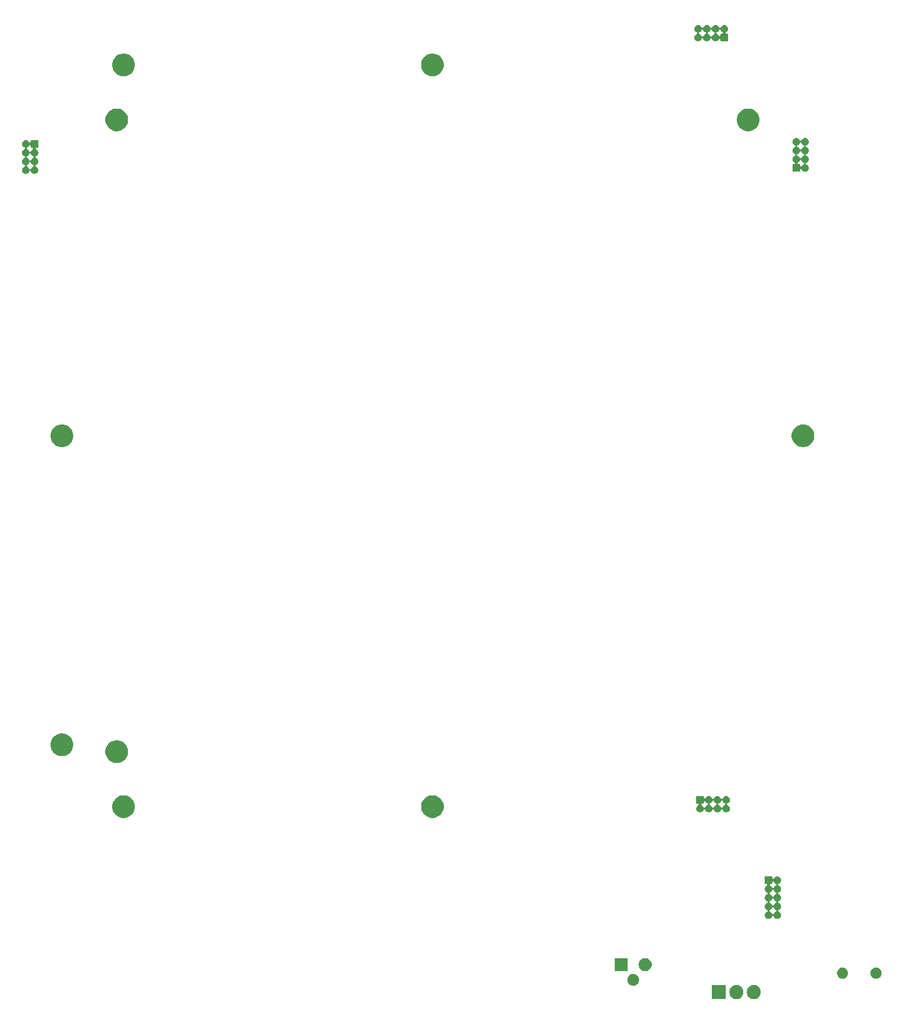
<source format=gbs>
G04 #@! TF.GenerationSoftware,KiCad,Pcbnew,5.0.1*
G04 #@! TF.CreationDate,2019-01-16T19:26:08-05:00*
G04 #@! TF.ProjectId,main,6D61696E2E6B696361645F7063620000,rev?*
G04 #@! TF.SameCoordinates,Original*
G04 #@! TF.FileFunction,Soldermask,Bot*
G04 #@! TF.FilePolarity,Negative*
%FSLAX46Y46*%
G04 Gerber Fmt 4.6, Leading zero omitted, Abs format (unit mm)*
G04 Created by KiCad (PCBNEW 5.0.1) date Wed 16 Jan 2019 07:26:08 PM EST*
%MOMM*%
%LPD*%
G01*
G04 APERTURE LIST*
%ADD10C,0.100000*%
G04 APERTURE END LIST*
D10*
G36*
X109486719Y-144963520D02*
X109675880Y-145020901D01*
X109850212Y-145114083D01*
X110003015Y-145239485D01*
X110128417Y-145392288D01*
X110221599Y-145566619D01*
X110278980Y-145755780D01*
X110293500Y-145903206D01*
X110293500Y-146096793D01*
X110278980Y-146244219D01*
X110221599Y-146433380D01*
X110128417Y-146607712D01*
X110003015Y-146760515D01*
X109850212Y-146885917D01*
X109675881Y-146979099D01*
X109486720Y-147036480D01*
X109290000Y-147055855D01*
X109093281Y-147036480D01*
X108904120Y-146979099D01*
X108729788Y-146885917D01*
X108576985Y-146760515D01*
X108451583Y-146607712D01*
X108358401Y-146433381D01*
X108301020Y-146244220D01*
X108286500Y-146096794D01*
X108286500Y-145903207D01*
X108301020Y-145755781D01*
X108358401Y-145566620D01*
X108451583Y-145392288D01*
X108576985Y-145239485D01*
X108729788Y-145114083D01*
X108904119Y-145020901D01*
X109093280Y-144963520D01*
X109290000Y-144944145D01*
X109486719Y-144963520D01*
X109486719Y-144963520D01*
G37*
G36*
X112026719Y-144963520D02*
X112215880Y-145020901D01*
X112390212Y-145114083D01*
X112543015Y-145239485D01*
X112668417Y-145392288D01*
X112761599Y-145566619D01*
X112818980Y-145755780D01*
X112833500Y-145903206D01*
X112833500Y-146096793D01*
X112818980Y-146244219D01*
X112761599Y-146433380D01*
X112668417Y-146607712D01*
X112543015Y-146760515D01*
X112390212Y-146885917D01*
X112215881Y-146979099D01*
X112026720Y-147036480D01*
X111830000Y-147055855D01*
X111633281Y-147036480D01*
X111444120Y-146979099D01*
X111269788Y-146885917D01*
X111116985Y-146760515D01*
X110991583Y-146607712D01*
X110898401Y-146433381D01*
X110841020Y-146244220D01*
X110826500Y-146096794D01*
X110826500Y-145903207D01*
X110841020Y-145755781D01*
X110898401Y-145566620D01*
X110991583Y-145392288D01*
X111116985Y-145239485D01*
X111269788Y-145114083D01*
X111444119Y-145020901D01*
X111633280Y-144963520D01*
X111830000Y-144944145D01*
X112026719Y-144963520D01*
X112026719Y-144963520D01*
G37*
G36*
X107753500Y-147051000D02*
X105746500Y-147051000D01*
X105746500Y-144949000D01*
X107753500Y-144949000D01*
X107753500Y-147051000D01*
X107753500Y-147051000D01*
G37*
G36*
X94498228Y-143411703D02*
X94653100Y-143475853D01*
X94792481Y-143568985D01*
X94911015Y-143687519D01*
X95004147Y-143826900D01*
X95068297Y-143981772D01*
X95101000Y-144146184D01*
X95101000Y-144313816D01*
X95068297Y-144478228D01*
X95004147Y-144633100D01*
X94911015Y-144772481D01*
X94792481Y-144891015D01*
X94653100Y-144984147D01*
X94498228Y-145048297D01*
X94333816Y-145081000D01*
X94166184Y-145081000D01*
X94001772Y-145048297D01*
X93846900Y-144984147D01*
X93707519Y-144891015D01*
X93588985Y-144772481D01*
X93495853Y-144633100D01*
X93431703Y-144478228D01*
X93399000Y-144313816D01*
X93399000Y-144146184D01*
X93431703Y-143981772D01*
X93495853Y-143826900D01*
X93588985Y-143687519D01*
X93707519Y-143568985D01*
X93846900Y-143475853D01*
X94001772Y-143411703D01*
X94166184Y-143379000D01*
X94333816Y-143379000D01*
X94498228Y-143411703D01*
X94498228Y-143411703D01*
G37*
G36*
X129863643Y-142479781D02*
X130009415Y-142540162D01*
X130140611Y-142627824D01*
X130252176Y-142739389D01*
X130339838Y-142870585D01*
X130400219Y-143016357D01*
X130431000Y-143171107D01*
X130431000Y-143328893D01*
X130400219Y-143483643D01*
X130339838Y-143629415D01*
X130252176Y-143760611D01*
X130140611Y-143872176D01*
X130009415Y-143959838D01*
X129863643Y-144020219D01*
X129708893Y-144051000D01*
X129551107Y-144051000D01*
X129396357Y-144020219D01*
X129250585Y-143959838D01*
X129119389Y-143872176D01*
X129007824Y-143760611D01*
X128920162Y-143629415D01*
X128859781Y-143483643D01*
X128829000Y-143328893D01*
X128829000Y-143171107D01*
X128859781Y-143016357D01*
X128920162Y-142870585D01*
X129007824Y-142739389D01*
X129119389Y-142627824D01*
X129250585Y-142540162D01*
X129396357Y-142479781D01*
X129551107Y-142449000D01*
X129708893Y-142449000D01*
X129863643Y-142479781D01*
X129863643Y-142479781D01*
G37*
G36*
X124983643Y-142479781D02*
X125129415Y-142540162D01*
X125260611Y-142627824D01*
X125372176Y-142739389D01*
X125459838Y-142870585D01*
X125520219Y-143016357D01*
X125551000Y-143171107D01*
X125551000Y-143328893D01*
X125520219Y-143483643D01*
X125459838Y-143629415D01*
X125372176Y-143760611D01*
X125260611Y-143872176D01*
X125129415Y-143959838D01*
X124983643Y-144020219D01*
X124828893Y-144051000D01*
X124671107Y-144051000D01*
X124516357Y-144020219D01*
X124370585Y-143959838D01*
X124239389Y-143872176D01*
X124127824Y-143760611D01*
X124040162Y-143629415D01*
X123979781Y-143483643D01*
X123949000Y-143328893D01*
X123949000Y-143171107D01*
X123979781Y-143016357D01*
X124040162Y-142870585D01*
X124127824Y-142739389D01*
X124239389Y-142627824D01*
X124370585Y-142540162D01*
X124516357Y-142479781D01*
X124671107Y-142449000D01*
X124828893Y-142449000D01*
X124983643Y-142479781D01*
X124983643Y-142479781D01*
G37*
G36*
X96277396Y-141085546D02*
X96450466Y-141157234D01*
X96606230Y-141261312D01*
X96738688Y-141393770D01*
X96842766Y-141549534D01*
X96914454Y-141722604D01*
X96951000Y-141906333D01*
X96951000Y-142093667D01*
X96914454Y-142277396D01*
X96842766Y-142450466D01*
X96738688Y-142606230D01*
X96606230Y-142738688D01*
X96450466Y-142842766D01*
X96277396Y-142914454D01*
X96093667Y-142951000D01*
X95906333Y-142951000D01*
X95722604Y-142914454D01*
X95549534Y-142842766D01*
X95393770Y-142738688D01*
X95261312Y-142606230D01*
X95157234Y-142450466D01*
X95085546Y-142277396D01*
X95049000Y-142093667D01*
X95049000Y-141906333D01*
X95085546Y-141722604D01*
X95157234Y-141549534D01*
X95261312Y-141393770D01*
X95393770Y-141261312D01*
X95549534Y-141157234D01*
X95722604Y-141085546D01*
X95906333Y-141049000D01*
X96093667Y-141049000D01*
X96277396Y-141085546D01*
X96277396Y-141085546D01*
G37*
G36*
X93451000Y-142951000D02*
X91549000Y-142951000D01*
X91549000Y-141049000D01*
X93451000Y-141049000D01*
X93451000Y-142951000D01*
X93451000Y-142951000D01*
G37*
G36*
X114531000Y-129387262D02*
X114533402Y-129411648D01*
X114540515Y-129435097D01*
X114552066Y-129456708D01*
X114567612Y-129475650D01*
X114586554Y-129491196D01*
X114608165Y-129502747D01*
X114631614Y-129509860D01*
X114656000Y-129512262D01*
X114680386Y-129509860D01*
X114703835Y-129502747D01*
X114725446Y-129491196D01*
X114744388Y-129475650D01*
X114766236Y-129446192D01*
X114789644Y-129402400D01*
X114858499Y-129318499D01*
X114942400Y-129249644D01*
X115038121Y-129198479D01*
X115141985Y-129166973D01*
X115222933Y-129159000D01*
X115277067Y-129159000D01*
X115358015Y-129166973D01*
X115461879Y-129198479D01*
X115557600Y-129249644D01*
X115641501Y-129318499D01*
X115710356Y-129402400D01*
X115761521Y-129498121D01*
X115793027Y-129601985D01*
X115803666Y-129710000D01*
X115793027Y-129818015D01*
X115761521Y-129921879D01*
X115710356Y-130017600D01*
X115641501Y-130101501D01*
X115557600Y-130170356D01*
X115461879Y-130221521D01*
X115449142Y-130225385D01*
X115426507Y-130234760D01*
X115406133Y-130248374D01*
X115388806Y-130265701D01*
X115375192Y-130286076D01*
X115365814Y-130308715D01*
X115361034Y-130332748D01*
X115361034Y-130357252D01*
X115365815Y-130381286D01*
X115375192Y-130403925D01*
X115388806Y-130424299D01*
X115406133Y-130441626D01*
X115426508Y-130455240D01*
X115449142Y-130464615D01*
X115461879Y-130468479D01*
X115557600Y-130519644D01*
X115641501Y-130588499D01*
X115710356Y-130672400D01*
X115761521Y-130768121D01*
X115793027Y-130871985D01*
X115803666Y-130980000D01*
X115793027Y-131088015D01*
X115761521Y-131191879D01*
X115710356Y-131287600D01*
X115641501Y-131371501D01*
X115557600Y-131440356D01*
X115461879Y-131491521D01*
X115449142Y-131495385D01*
X115426507Y-131504760D01*
X115406133Y-131518374D01*
X115388806Y-131535701D01*
X115375192Y-131556076D01*
X115365814Y-131578715D01*
X115361034Y-131602748D01*
X115361034Y-131627252D01*
X115365815Y-131651286D01*
X115375192Y-131673925D01*
X115388806Y-131694299D01*
X115406133Y-131711626D01*
X115426508Y-131725240D01*
X115449142Y-131734615D01*
X115461879Y-131738479D01*
X115557600Y-131789644D01*
X115641501Y-131858499D01*
X115710356Y-131942400D01*
X115761521Y-132038121D01*
X115793027Y-132141985D01*
X115803666Y-132250000D01*
X115793027Y-132358015D01*
X115761521Y-132461879D01*
X115710356Y-132557600D01*
X115641501Y-132641501D01*
X115557600Y-132710356D01*
X115461879Y-132761521D01*
X115449142Y-132765385D01*
X115426507Y-132774760D01*
X115406133Y-132788374D01*
X115388806Y-132805701D01*
X115375192Y-132826076D01*
X115365814Y-132848715D01*
X115361034Y-132872748D01*
X115361034Y-132897252D01*
X115365815Y-132921286D01*
X115375192Y-132943925D01*
X115388806Y-132964299D01*
X115406133Y-132981626D01*
X115426508Y-132995240D01*
X115449142Y-133004615D01*
X115461879Y-133008479D01*
X115557600Y-133059644D01*
X115641501Y-133128499D01*
X115710356Y-133212400D01*
X115761521Y-133308121D01*
X115793027Y-133411985D01*
X115803666Y-133520000D01*
X115793027Y-133628015D01*
X115761521Y-133731879D01*
X115710356Y-133827600D01*
X115641501Y-133911501D01*
X115557600Y-133980356D01*
X115461879Y-134031521D01*
X115449142Y-134035385D01*
X115426507Y-134044760D01*
X115406133Y-134058374D01*
X115388806Y-134075701D01*
X115375192Y-134096076D01*
X115365814Y-134118715D01*
X115361034Y-134142748D01*
X115361034Y-134167252D01*
X115365815Y-134191286D01*
X115375192Y-134213925D01*
X115388806Y-134234299D01*
X115406133Y-134251626D01*
X115426508Y-134265240D01*
X115449142Y-134274615D01*
X115461879Y-134278479D01*
X115557600Y-134329644D01*
X115641501Y-134398499D01*
X115710356Y-134482400D01*
X115761521Y-134578121D01*
X115793027Y-134681985D01*
X115803666Y-134790000D01*
X115793027Y-134898015D01*
X115761521Y-135001879D01*
X115710356Y-135097600D01*
X115641501Y-135181501D01*
X115557600Y-135250356D01*
X115461879Y-135301521D01*
X115358015Y-135333027D01*
X115277067Y-135341000D01*
X115222933Y-135341000D01*
X115141985Y-135333027D01*
X115038121Y-135301521D01*
X114942400Y-135250356D01*
X114858499Y-135181501D01*
X114789644Y-135097600D01*
X114738479Y-135001879D01*
X114734615Y-134989142D01*
X114725240Y-134966507D01*
X114711626Y-134946133D01*
X114694299Y-134928806D01*
X114673924Y-134915192D01*
X114651285Y-134905814D01*
X114627252Y-134901034D01*
X114602748Y-134901034D01*
X114578714Y-134905815D01*
X114556075Y-134915192D01*
X114535701Y-134928806D01*
X114518374Y-134946133D01*
X114504760Y-134966508D01*
X114495385Y-134989142D01*
X114491521Y-135001879D01*
X114440356Y-135097600D01*
X114371501Y-135181501D01*
X114287600Y-135250356D01*
X114191879Y-135301521D01*
X114088015Y-135333027D01*
X114007067Y-135341000D01*
X113952933Y-135341000D01*
X113871985Y-135333027D01*
X113768121Y-135301521D01*
X113672400Y-135250356D01*
X113588499Y-135181501D01*
X113519644Y-135097600D01*
X113468479Y-135001879D01*
X113436973Y-134898015D01*
X113426334Y-134790000D01*
X113436973Y-134681985D01*
X113468479Y-134578121D01*
X113519644Y-134482400D01*
X113588499Y-134398499D01*
X113672400Y-134329644D01*
X113768121Y-134278479D01*
X113780858Y-134274615D01*
X113803493Y-134265240D01*
X113823867Y-134251626D01*
X113841194Y-134234299D01*
X113854808Y-134213924D01*
X113864186Y-134191285D01*
X113868966Y-134167252D01*
X113868966Y-134142748D01*
X114091034Y-134142748D01*
X114091034Y-134167252D01*
X114095815Y-134191286D01*
X114105192Y-134213925D01*
X114118806Y-134234299D01*
X114136133Y-134251626D01*
X114156508Y-134265240D01*
X114179142Y-134274615D01*
X114191879Y-134278479D01*
X114287600Y-134329644D01*
X114371501Y-134398499D01*
X114440356Y-134482400D01*
X114491521Y-134578121D01*
X114495383Y-134590854D01*
X114504760Y-134613493D01*
X114518374Y-134633867D01*
X114535701Y-134651194D01*
X114556076Y-134664808D01*
X114578715Y-134674186D01*
X114602748Y-134678966D01*
X114627252Y-134678966D01*
X114651286Y-134674185D01*
X114673925Y-134664808D01*
X114694299Y-134651194D01*
X114711626Y-134633867D01*
X114725240Y-134613492D01*
X114734617Y-134590854D01*
X114738479Y-134578121D01*
X114789644Y-134482400D01*
X114858499Y-134398499D01*
X114942400Y-134329644D01*
X115038121Y-134278479D01*
X115050858Y-134274615D01*
X115073493Y-134265240D01*
X115093867Y-134251626D01*
X115111194Y-134234299D01*
X115124808Y-134213924D01*
X115134186Y-134191285D01*
X115138966Y-134167252D01*
X115138966Y-134142748D01*
X115134185Y-134118714D01*
X115124808Y-134096075D01*
X115111194Y-134075701D01*
X115093867Y-134058374D01*
X115073492Y-134044760D01*
X115050858Y-134035385D01*
X115038121Y-134031521D01*
X114942400Y-133980356D01*
X114858499Y-133911501D01*
X114789644Y-133827600D01*
X114738479Y-133731879D01*
X114734615Y-133719142D01*
X114725240Y-133696507D01*
X114711626Y-133676133D01*
X114694299Y-133658806D01*
X114673924Y-133645192D01*
X114651285Y-133635814D01*
X114627252Y-133631034D01*
X114602748Y-133631034D01*
X114578714Y-133635815D01*
X114556075Y-133645192D01*
X114535701Y-133658806D01*
X114518374Y-133676133D01*
X114504760Y-133696508D01*
X114495385Y-133719142D01*
X114491521Y-133731879D01*
X114440356Y-133827600D01*
X114371501Y-133911501D01*
X114287600Y-133980356D01*
X114191879Y-134031521D01*
X114179142Y-134035385D01*
X114156507Y-134044760D01*
X114136133Y-134058374D01*
X114118806Y-134075701D01*
X114105192Y-134096076D01*
X114095814Y-134118715D01*
X114091034Y-134142748D01*
X113868966Y-134142748D01*
X113864185Y-134118714D01*
X113854808Y-134096075D01*
X113841194Y-134075701D01*
X113823867Y-134058374D01*
X113803492Y-134044760D01*
X113780858Y-134035385D01*
X113768121Y-134031521D01*
X113672400Y-133980356D01*
X113588499Y-133911501D01*
X113519644Y-133827600D01*
X113468479Y-133731879D01*
X113436973Y-133628015D01*
X113426334Y-133520000D01*
X113436973Y-133411985D01*
X113468479Y-133308121D01*
X113519644Y-133212400D01*
X113588499Y-133128499D01*
X113672400Y-133059644D01*
X113768121Y-133008479D01*
X113780858Y-133004615D01*
X113803493Y-132995240D01*
X113823867Y-132981626D01*
X113841194Y-132964299D01*
X113854808Y-132943924D01*
X113864186Y-132921285D01*
X113868966Y-132897252D01*
X113868966Y-132872748D01*
X114091034Y-132872748D01*
X114091034Y-132897252D01*
X114095815Y-132921286D01*
X114105192Y-132943925D01*
X114118806Y-132964299D01*
X114136133Y-132981626D01*
X114156508Y-132995240D01*
X114179142Y-133004615D01*
X114191879Y-133008479D01*
X114287600Y-133059644D01*
X114371501Y-133128499D01*
X114440356Y-133212400D01*
X114491521Y-133308121D01*
X114495383Y-133320854D01*
X114504760Y-133343493D01*
X114518374Y-133363867D01*
X114535701Y-133381194D01*
X114556076Y-133394808D01*
X114578715Y-133404186D01*
X114602748Y-133408966D01*
X114627252Y-133408966D01*
X114651286Y-133404185D01*
X114673925Y-133394808D01*
X114694299Y-133381194D01*
X114711626Y-133363867D01*
X114725240Y-133343492D01*
X114734617Y-133320854D01*
X114738479Y-133308121D01*
X114789644Y-133212400D01*
X114858499Y-133128499D01*
X114942400Y-133059644D01*
X115038121Y-133008479D01*
X115050858Y-133004615D01*
X115073493Y-132995240D01*
X115093867Y-132981626D01*
X115111194Y-132964299D01*
X115124808Y-132943924D01*
X115134186Y-132921285D01*
X115138966Y-132897252D01*
X115138966Y-132872748D01*
X115134185Y-132848714D01*
X115124808Y-132826075D01*
X115111194Y-132805701D01*
X115093867Y-132788374D01*
X115073492Y-132774760D01*
X115050858Y-132765385D01*
X115038121Y-132761521D01*
X114942400Y-132710356D01*
X114858499Y-132641501D01*
X114789644Y-132557600D01*
X114738479Y-132461879D01*
X114734615Y-132449142D01*
X114725240Y-132426507D01*
X114711626Y-132406133D01*
X114694299Y-132388806D01*
X114673924Y-132375192D01*
X114651285Y-132365814D01*
X114627252Y-132361034D01*
X114602748Y-132361034D01*
X114578714Y-132365815D01*
X114556075Y-132375192D01*
X114535701Y-132388806D01*
X114518374Y-132406133D01*
X114504760Y-132426508D01*
X114495385Y-132449142D01*
X114491521Y-132461879D01*
X114440356Y-132557600D01*
X114371501Y-132641501D01*
X114287600Y-132710356D01*
X114191879Y-132761521D01*
X114179142Y-132765385D01*
X114156507Y-132774760D01*
X114136133Y-132788374D01*
X114118806Y-132805701D01*
X114105192Y-132826076D01*
X114095814Y-132848715D01*
X114091034Y-132872748D01*
X113868966Y-132872748D01*
X113864185Y-132848714D01*
X113854808Y-132826075D01*
X113841194Y-132805701D01*
X113823867Y-132788374D01*
X113803492Y-132774760D01*
X113780858Y-132765385D01*
X113768121Y-132761521D01*
X113672400Y-132710356D01*
X113588499Y-132641501D01*
X113519644Y-132557600D01*
X113468479Y-132461879D01*
X113436973Y-132358015D01*
X113426334Y-132250000D01*
X113436973Y-132141985D01*
X113468479Y-132038121D01*
X113519644Y-131942400D01*
X113588499Y-131858499D01*
X113672400Y-131789644D01*
X113768121Y-131738479D01*
X113780858Y-131734615D01*
X113803493Y-131725240D01*
X113823867Y-131711626D01*
X113841194Y-131694299D01*
X113854808Y-131673924D01*
X113864186Y-131651285D01*
X113868966Y-131627252D01*
X113868966Y-131602748D01*
X114091034Y-131602748D01*
X114091034Y-131627252D01*
X114095815Y-131651286D01*
X114105192Y-131673925D01*
X114118806Y-131694299D01*
X114136133Y-131711626D01*
X114156508Y-131725240D01*
X114179142Y-131734615D01*
X114191879Y-131738479D01*
X114287600Y-131789644D01*
X114371501Y-131858499D01*
X114440356Y-131942400D01*
X114491521Y-132038121D01*
X114495383Y-132050854D01*
X114504760Y-132073493D01*
X114518374Y-132093867D01*
X114535701Y-132111194D01*
X114556076Y-132124808D01*
X114578715Y-132134186D01*
X114602748Y-132138966D01*
X114627252Y-132138966D01*
X114651286Y-132134185D01*
X114673925Y-132124808D01*
X114694299Y-132111194D01*
X114711626Y-132093867D01*
X114725240Y-132073492D01*
X114734617Y-132050854D01*
X114738479Y-132038121D01*
X114789644Y-131942400D01*
X114858499Y-131858499D01*
X114942400Y-131789644D01*
X115038121Y-131738479D01*
X115050858Y-131734615D01*
X115073493Y-131725240D01*
X115093867Y-131711626D01*
X115111194Y-131694299D01*
X115124808Y-131673924D01*
X115134186Y-131651285D01*
X115138966Y-131627252D01*
X115138966Y-131602748D01*
X115134185Y-131578714D01*
X115124808Y-131556075D01*
X115111194Y-131535701D01*
X115093867Y-131518374D01*
X115073492Y-131504760D01*
X115050858Y-131495385D01*
X115038121Y-131491521D01*
X114942400Y-131440356D01*
X114858499Y-131371501D01*
X114789644Y-131287600D01*
X114738479Y-131191879D01*
X114734615Y-131179142D01*
X114725240Y-131156507D01*
X114711626Y-131136133D01*
X114694299Y-131118806D01*
X114673924Y-131105192D01*
X114651285Y-131095814D01*
X114627252Y-131091034D01*
X114602748Y-131091034D01*
X114578714Y-131095815D01*
X114556075Y-131105192D01*
X114535701Y-131118806D01*
X114518374Y-131136133D01*
X114504760Y-131156508D01*
X114495385Y-131179142D01*
X114491521Y-131191879D01*
X114440356Y-131287600D01*
X114371501Y-131371501D01*
X114287600Y-131440356D01*
X114191879Y-131491521D01*
X114179142Y-131495385D01*
X114156507Y-131504760D01*
X114136133Y-131518374D01*
X114118806Y-131535701D01*
X114105192Y-131556076D01*
X114095814Y-131578715D01*
X114091034Y-131602748D01*
X113868966Y-131602748D01*
X113864185Y-131578714D01*
X113854808Y-131556075D01*
X113841194Y-131535701D01*
X113823867Y-131518374D01*
X113803492Y-131504760D01*
X113780858Y-131495385D01*
X113768121Y-131491521D01*
X113672400Y-131440356D01*
X113588499Y-131371501D01*
X113519644Y-131287600D01*
X113468479Y-131191879D01*
X113436973Y-131088015D01*
X113426334Y-130980000D01*
X113436973Y-130871985D01*
X113468479Y-130768121D01*
X113519644Y-130672400D01*
X113588499Y-130588499D01*
X113672400Y-130519644D01*
X113716195Y-130496234D01*
X113736561Y-130482626D01*
X113753889Y-130465299D01*
X113767502Y-130444924D01*
X113776880Y-130422285D01*
X113781660Y-130398252D01*
X113781660Y-130386000D01*
X114177738Y-130386000D01*
X114180140Y-130410386D01*
X114187253Y-130433835D01*
X114198804Y-130455446D01*
X114214350Y-130474388D01*
X114243808Y-130496236D01*
X114287600Y-130519644D01*
X114371501Y-130588499D01*
X114440356Y-130672400D01*
X114491521Y-130768121D01*
X114495383Y-130780854D01*
X114504760Y-130803493D01*
X114518374Y-130823867D01*
X114535701Y-130841194D01*
X114556076Y-130854808D01*
X114578715Y-130864186D01*
X114602748Y-130868966D01*
X114627252Y-130868966D01*
X114651286Y-130864185D01*
X114673925Y-130854808D01*
X114694299Y-130841194D01*
X114711626Y-130823867D01*
X114725240Y-130803492D01*
X114734617Y-130780854D01*
X114738479Y-130768121D01*
X114789644Y-130672400D01*
X114858499Y-130588499D01*
X114942400Y-130519644D01*
X115038121Y-130468479D01*
X115050858Y-130464615D01*
X115073493Y-130455240D01*
X115093867Y-130441626D01*
X115111194Y-130424299D01*
X115124808Y-130403924D01*
X115134186Y-130381285D01*
X115138966Y-130357252D01*
X115138966Y-130332748D01*
X115134185Y-130308714D01*
X115124808Y-130286075D01*
X115111194Y-130265701D01*
X115093867Y-130248374D01*
X115073492Y-130234760D01*
X115050858Y-130225385D01*
X115038121Y-130221521D01*
X114942400Y-130170356D01*
X114858499Y-130101501D01*
X114789644Y-130017600D01*
X114766234Y-129973805D01*
X114752626Y-129953439D01*
X114735299Y-129936111D01*
X114714924Y-129922498D01*
X114692285Y-129913120D01*
X114668252Y-129908340D01*
X114643748Y-129908340D01*
X114619714Y-129913121D01*
X114597075Y-129922498D01*
X114576701Y-129936112D01*
X114559373Y-129953439D01*
X114545760Y-129973814D01*
X114536382Y-129996453D01*
X114531000Y-130032738D01*
X114531000Y-130261000D01*
X114302738Y-130261000D01*
X114278352Y-130263402D01*
X114254903Y-130270515D01*
X114233292Y-130282066D01*
X114214350Y-130297612D01*
X114198804Y-130316554D01*
X114187253Y-130338165D01*
X114180140Y-130361614D01*
X114177738Y-130386000D01*
X113781660Y-130386000D01*
X113781660Y-130373748D01*
X113776879Y-130349714D01*
X113767502Y-130327075D01*
X113753888Y-130306701D01*
X113736561Y-130289373D01*
X113716186Y-130275760D01*
X113693547Y-130266382D01*
X113657262Y-130261000D01*
X113429000Y-130261000D01*
X113429000Y-129159000D01*
X114531000Y-129159000D01*
X114531000Y-129387262D01*
X114531000Y-129387262D01*
G37*
G36*
X65375256Y-117391298D02*
X65481579Y-117412447D01*
X65782042Y-117536903D01*
X66014758Y-117692399D01*
X66052454Y-117717587D01*
X66282413Y-117947546D01*
X66282415Y-117947549D01*
X66463097Y-118217958D01*
X66586295Y-118515383D01*
X66587553Y-118518422D01*
X66640826Y-118786240D01*
X66651000Y-118837391D01*
X66651000Y-119162609D01*
X66587553Y-119481579D01*
X66547780Y-119577600D01*
X66463098Y-119782040D01*
X66282413Y-120052454D01*
X66052454Y-120282413D01*
X66052451Y-120282415D01*
X65782042Y-120463097D01*
X65481579Y-120587553D01*
X65375256Y-120608702D01*
X65162611Y-120651000D01*
X64837389Y-120651000D01*
X64624744Y-120608702D01*
X64518421Y-120587553D01*
X64217958Y-120463097D01*
X63947549Y-120282415D01*
X63947546Y-120282413D01*
X63717587Y-120052454D01*
X63536902Y-119782040D01*
X63452220Y-119577600D01*
X63412447Y-119481579D01*
X63349000Y-119162609D01*
X63349000Y-118837391D01*
X63359175Y-118786240D01*
X63412447Y-118518422D01*
X63413706Y-118515383D01*
X63536903Y-118217958D01*
X63717585Y-117947549D01*
X63717587Y-117947546D01*
X63947546Y-117717587D01*
X63985242Y-117692399D01*
X64217958Y-117536903D01*
X64518421Y-117412447D01*
X64624744Y-117391298D01*
X64837389Y-117349000D01*
X65162611Y-117349000D01*
X65375256Y-117391298D01*
X65375256Y-117391298D01*
G37*
G36*
X20375256Y-117391298D02*
X20481579Y-117412447D01*
X20782042Y-117536903D01*
X21014758Y-117692399D01*
X21052454Y-117717587D01*
X21282413Y-117947546D01*
X21282415Y-117947549D01*
X21463097Y-118217958D01*
X21586295Y-118515383D01*
X21587553Y-118518422D01*
X21640826Y-118786240D01*
X21651000Y-118837391D01*
X21651000Y-119162609D01*
X21587553Y-119481579D01*
X21547780Y-119577600D01*
X21463098Y-119782040D01*
X21282413Y-120052454D01*
X21052454Y-120282413D01*
X21052451Y-120282415D01*
X20782042Y-120463097D01*
X20481579Y-120587553D01*
X20375256Y-120608702D01*
X20162611Y-120651000D01*
X19837389Y-120651000D01*
X19624744Y-120608702D01*
X19518421Y-120587553D01*
X19217958Y-120463097D01*
X18947549Y-120282415D01*
X18947546Y-120282413D01*
X18717587Y-120052454D01*
X18536902Y-119782040D01*
X18452220Y-119577600D01*
X18412447Y-119481579D01*
X18349000Y-119162609D01*
X18349000Y-118837391D01*
X18359175Y-118786240D01*
X18412447Y-118518422D01*
X18413706Y-118515383D01*
X18536903Y-118217958D01*
X18717585Y-117947549D01*
X18717587Y-117947546D01*
X18947546Y-117717587D01*
X18985242Y-117692399D01*
X19217958Y-117536903D01*
X19518421Y-117412447D01*
X19624744Y-117391298D01*
X19837389Y-117349000D01*
X20162611Y-117349000D01*
X20375256Y-117391298D01*
X20375256Y-117391298D01*
G37*
G36*
X104551000Y-117677262D02*
X104553402Y-117701648D01*
X104560515Y-117725097D01*
X104572066Y-117746708D01*
X104587612Y-117765650D01*
X104606554Y-117781196D01*
X104628165Y-117792747D01*
X104651614Y-117799860D01*
X104676000Y-117802262D01*
X104700386Y-117799860D01*
X104723835Y-117792747D01*
X104745446Y-117781196D01*
X104764388Y-117765650D01*
X104786236Y-117736192D01*
X104809644Y-117692400D01*
X104878499Y-117608499D01*
X104962400Y-117539644D01*
X105058121Y-117488479D01*
X105161985Y-117456973D01*
X105242933Y-117449000D01*
X105297067Y-117449000D01*
X105378015Y-117456973D01*
X105481879Y-117488479D01*
X105577600Y-117539644D01*
X105661501Y-117608499D01*
X105730356Y-117692400D01*
X105781521Y-117788121D01*
X105785383Y-117800854D01*
X105794760Y-117823493D01*
X105808374Y-117843867D01*
X105825701Y-117861194D01*
X105846076Y-117874808D01*
X105868715Y-117884186D01*
X105892748Y-117888966D01*
X105917252Y-117888966D01*
X105941286Y-117884185D01*
X105963925Y-117874808D01*
X105984299Y-117861194D01*
X106001626Y-117843867D01*
X106015240Y-117823492D01*
X106024617Y-117800854D01*
X106028479Y-117788121D01*
X106079644Y-117692400D01*
X106148499Y-117608499D01*
X106232400Y-117539644D01*
X106328121Y-117488479D01*
X106431985Y-117456973D01*
X106512933Y-117449000D01*
X106567067Y-117449000D01*
X106648015Y-117456973D01*
X106751879Y-117488479D01*
X106847600Y-117539644D01*
X106931501Y-117608499D01*
X107000356Y-117692400D01*
X107051521Y-117788121D01*
X107055383Y-117800854D01*
X107064760Y-117823493D01*
X107078374Y-117843867D01*
X107095701Y-117861194D01*
X107116076Y-117874808D01*
X107138715Y-117884186D01*
X107162748Y-117888966D01*
X107187252Y-117888966D01*
X107211286Y-117884185D01*
X107233925Y-117874808D01*
X107254299Y-117861194D01*
X107271626Y-117843867D01*
X107285240Y-117823492D01*
X107294617Y-117800854D01*
X107298479Y-117788121D01*
X107349644Y-117692400D01*
X107418499Y-117608499D01*
X107502400Y-117539644D01*
X107598121Y-117488479D01*
X107701985Y-117456973D01*
X107782933Y-117449000D01*
X107837067Y-117449000D01*
X107918015Y-117456973D01*
X108021879Y-117488479D01*
X108117600Y-117539644D01*
X108201501Y-117608499D01*
X108270356Y-117692400D01*
X108321521Y-117788121D01*
X108353027Y-117891985D01*
X108363666Y-118000000D01*
X108353027Y-118108015D01*
X108321521Y-118211879D01*
X108270356Y-118307600D01*
X108201501Y-118391501D01*
X108117600Y-118460356D01*
X108021879Y-118511521D01*
X108009142Y-118515385D01*
X107986507Y-118524760D01*
X107966133Y-118538374D01*
X107948806Y-118555701D01*
X107935192Y-118576076D01*
X107925814Y-118598715D01*
X107921034Y-118622748D01*
X107921034Y-118647252D01*
X107925815Y-118671286D01*
X107935192Y-118693925D01*
X107948806Y-118714299D01*
X107966133Y-118731626D01*
X107986508Y-118745240D01*
X108009142Y-118754615D01*
X108021879Y-118758479D01*
X108117600Y-118809644D01*
X108201501Y-118878499D01*
X108270356Y-118962400D01*
X108321521Y-119058121D01*
X108353027Y-119161985D01*
X108363666Y-119270000D01*
X108353027Y-119378015D01*
X108321521Y-119481879D01*
X108270356Y-119577600D01*
X108201501Y-119661501D01*
X108117600Y-119730356D01*
X108021879Y-119781521D01*
X107918015Y-119813027D01*
X107837067Y-119821000D01*
X107782933Y-119821000D01*
X107701985Y-119813027D01*
X107598121Y-119781521D01*
X107502400Y-119730356D01*
X107418499Y-119661501D01*
X107349644Y-119577600D01*
X107298479Y-119481879D01*
X107294615Y-119469142D01*
X107285240Y-119446507D01*
X107271626Y-119426133D01*
X107254299Y-119408806D01*
X107233924Y-119395192D01*
X107211285Y-119385814D01*
X107187252Y-119381034D01*
X107162748Y-119381034D01*
X107138714Y-119385815D01*
X107116075Y-119395192D01*
X107095701Y-119408806D01*
X107078374Y-119426133D01*
X107064760Y-119446508D01*
X107055385Y-119469142D01*
X107051521Y-119481879D01*
X107000356Y-119577600D01*
X106931501Y-119661501D01*
X106847600Y-119730356D01*
X106751879Y-119781521D01*
X106648015Y-119813027D01*
X106567067Y-119821000D01*
X106512933Y-119821000D01*
X106431985Y-119813027D01*
X106328121Y-119781521D01*
X106232400Y-119730356D01*
X106148499Y-119661501D01*
X106079644Y-119577600D01*
X106028479Y-119481879D01*
X106024615Y-119469142D01*
X106015240Y-119446507D01*
X106001626Y-119426133D01*
X105984299Y-119408806D01*
X105963924Y-119395192D01*
X105941285Y-119385814D01*
X105917252Y-119381034D01*
X105892748Y-119381034D01*
X105868714Y-119385815D01*
X105846075Y-119395192D01*
X105825701Y-119408806D01*
X105808374Y-119426133D01*
X105794760Y-119446508D01*
X105785385Y-119469142D01*
X105781521Y-119481879D01*
X105730356Y-119577600D01*
X105661501Y-119661501D01*
X105577600Y-119730356D01*
X105481879Y-119781521D01*
X105378015Y-119813027D01*
X105297067Y-119821000D01*
X105242933Y-119821000D01*
X105161985Y-119813027D01*
X105058121Y-119781521D01*
X104962400Y-119730356D01*
X104878499Y-119661501D01*
X104809644Y-119577600D01*
X104758479Y-119481879D01*
X104754615Y-119469142D01*
X104745240Y-119446507D01*
X104731626Y-119426133D01*
X104714299Y-119408806D01*
X104693924Y-119395192D01*
X104671285Y-119385814D01*
X104647252Y-119381034D01*
X104622748Y-119381034D01*
X104598714Y-119385815D01*
X104576075Y-119395192D01*
X104555701Y-119408806D01*
X104538374Y-119426133D01*
X104524760Y-119446508D01*
X104515385Y-119469142D01*
X104511521Y-119481879D01*
X104460356Y-119577600D01*
X104391501Y-119661501D01*
X104307600Y-119730356D01*
X104211879Y-119781521D01*
X104108015Y-119813027D01*
X104027067Y-119821000D01*
X103972933Y-119821000D01*
X103891985Y-119813027D01*
X103788121Y-119781521D01*
X103692400Y-119730356D01*
X103608499Y-119661501D01*
X103539644Y-119577600D01*
X103488479Y-119481879D01*
X103456973Y-119378015D01*
X103446334Y-119270000D01*
X103456973Y-119161985D01*
X103488479Y-119058121D01*
X103539644Y-118962400D01*
X103608499Y-118878499D01*
X103692400Y-118809644D01*
X103736195Y-118786234D01*
X103756561Y-118772626D01*
X103773889Y-118755299D01*
X103787502Y-118734924D01*
X103796880Y-118712285D01*
X103801660Y-118688252D01*
X103801660Y-118676000D01*
X104197738Y-118676000D01*
X104200140Y-118700386D01*
X104207253Y-118723835D01*
X104218804Y-118745446D01*
X104234350Y-118764388D01*
X104263808Y-118786236D01*
X104307600Y-118809644D01*
X104391501Y-118878499D01*
X104460356Y-118962400D01*
X104511521Y-119058121D01*
X104515383Y-119070854D01*
X104524760Y-119093493D01*
X104538374Y-119113867D01*
X104555701Y-119131194D01*
X104576076Y-119144808D01*
X104598715Y-119154186D01*
X104622748Y-119158966D01*
X104647252Y-119158966D01*
X104671286Y-119154185D01*
X104693925Y-119144808D01*
X104714299Y-119131194D01*
X104731626Y-119113867D01*
X104745240Y-119093492D01*
X104754617Y-119070854D01*
X104758479Y-119058121D01*
X104809644Y-118962400D01*
X104878499Y-118878499D01*
X104962400Y-118809644D01*
X105058121Y-118758479D01*
X105070858Y-118754615D01*
X105093493Y-118745240D01*
X105113867Y-118731626D01*
X105131194Y-118714299D01*
X105144808Y-118693924D01*
X105154186Y-118671285D01*
X105158966Y-118647252D01*
X105158966Y-118622748D01*
X105381034Y-118622748D01*
X105381034Y-118647252D01*
X105385815Y-118671286D01*
X105395192Y-118693925D01*
X105408806Y-118714299D01*
X105426133Y-118731626D01*
X105446508Y-118745240D01*
X105469142Y-118754615D01*
X105481879Y-118758479D01*
X105577600Y-118809644D01*
X105661501Y-118878499D01*
X105730356Y-118962400D01*
X105781521Y-119058121D01*
X105785383Y-119070854D01*
X105794760Y-119093493D01*
X105808374Y-119113867D01*
X105825701Y-119131194D01*
X105846076Y-119144808D01*
X105868715Y-119154186D01*
X105892748Y-119158966D01*
X105917252Y-119158966D01*
X105941286Y-119154185D01*
X105963925Y-119144808D01*
X105984299Y-119131194D01*
X106001626Y-119113867D01*
X106015240Y-119093492D01*
X106024617Y-119070854D01*
X106028479Y-119058121D01*
X106079644Y-118962400D01*
X106148499Y-118878499D01*
X106232400Y-118809644D01*
X106328121Y-118758479D01*
X106340858Y-118754615D01*
X106363493Y-118745240D01*
X106383867Y-118731626D01*
X106401194Y-118714299D01*
X106414808Y-118693924D01*
X106424186Y-118671285D01*
X106428966Y-118647252D01*
X106428966Y-118622748D01*
X106651034Y-118622748D01*
X106651034Y-118647252D01*
X106655815Y-118671286D01*
X106665192Y-118693925D01*
X106678806Y-118714299D01*
X106696133Y-118731626D01*
X106716508Y-118745240D01*
X106739142Y-118754615D01*
X106751879Y-118758479D01*
X106847600Y-118809644D01*
X106931501Y-118878499D01*
X107000356Y-118962400D01*
X107051521Y-119058121D01*
X107055383Y-119070854D01*
X107064760Y-119093493D01*
X107078374Y-119113867D01*
X107095701Y-119131194D01*
X107116076Y-119144808D01*
X107138715Y-119154186D01*
X107162748Y-119158966D01*
X107187252Y-119158966D01*
X107211286Y-119154185D01*
X107233925Y-119144808D01*
X107254299Y-119131194D01*
X107271626Y-119113867D01*
X107285240Y-119093492D01*
X107294617Y-119070854D01*
X107298479Y-119058121D01*
X107349644Y-118962400D01*
X107418499Y-118878499D01*
X107502400Y-118809644D01*
X107598121Y-118758479D01*
X107610858Y-118754615D01*
X107633493Y-118745240D01*
X107653867Y-118731626D01*
X107671194Y-118714299D01*
X107684808Y-118693924D01*
X107694186Y-118671285D01*
X107698966Y-118647252D01*
X107698966Y-118622748D01*
X107694185Y-118598714D01*
X107684808Y-118576075D01*
X107671194Y-118555701D01*
X107653867Y-118538374D01*
X107633492Y-118524760D01*
X107610858Y-118515385D01*
X107598121Y-118511521D01*
X107502400Y-118460356D01*
X107418499Y-118391501D01*
X107349644Y-118307600D01*
X107298479Y-118211879D01*
X107294615Y-118199142D01*
X107285240Y-118176507D01*
X107271626Y-118156133D01*
X107254299Y-118138806D01*
X107233924Y-118125192D01*
X107211285Y-118115814D01*
X107187252Y-118111034D01*
X107162748Y-118111034D01*
X107138714Y-118115815D01*
X107116075Y-118125192D01*
X107095701Y-118138806D01*
X107078374Y-118156133D01*
X107064760Y-118176508D01*
X107055385Y-118199142D01*
X107051521Y-118211879D01*
X107000356Y-118307600D01*
X106931501Y-118391501D01*
X106847600Y-118460356D01*
X106751879Y-118511521D01*
X106739142Y-118515385D01*
X106716507Y-118524760D01*
X106696133Y-118538374D01*
X106678806Y-118555701D01*
X106665192Y-118576076D01*
X106655814Y-118598715D01*
X106651034Y-118622748D01*
X106428966Y-118622748D01*
X106424185Y-118598714D01*
X106414808Y-118576075D01*
X106401194Y-118555701D01*
X106383867Y-118538374D01*
X106363492Y-118524760D01*
X106340858Y-118515385D01*
X106328121Y-118511521D01*
X106232400Y-118460356D01*
X106148499Y-118391501D01*
X106079644Y-118307600D01*
X106028479Y-118211879D01*
X106024615Y-118199142D01*
X106015240Y-118176507D01*
X106001626Y-118156133D01*
X105984299Y-118138806D01*
X105963924Y-118125192D01*
X105941285Y-118115814D01*
X105917252Y-118111034D01*
X105892748Y-118111034D01*
X105868714Y-118115815D01*
X105846075Y-118125192D01*
X105825701Y-118138806D01*
X105808374Y-118156133D01*
X105794760Y-118176508D01*
X105785385Y-118199142D01*
X105781521Y-118211879D01*
X105730356Y-118307600D01*
X105661501Y-118391501D01*
X105577600Y-118460356D01*
X105481879Y-118511521D01*
X105469142Y-118515385D01*
X105446507Y-118524760D01*
X105426133Y-118538374D01*
X105408806Y-118555701D01*
X105395192Y-118576076D01*
X105385814Y-118598715D01*
X105381034Y-118622748D01*
X105158966Y-118622748D01*
X105154185Y-118598714D01*
X105144808Y-118576075D01*
X105131194Y-118555701D01*
X105113867Y-118538374D01*
X105093492Y-118524760D01*
X105070858Y-118515385D01*
X105058121Y-118511521D01*
X104962400Y-118460356D01*
X104878499Y-118391501D01*
X104809644Y-118307600D01*
X104786234Y-118263805D01*
X104772626Y-118243439D01*
X104755299Y-118226111D01*
X104734924Y-118212498D01*
X104712285Y-118203120D01*
X104688252Y-118198340D01*
X104663748Y-118198340D01*
X104639714Y-118203121D01*
X104617075Y-118212498D01*
X104596701Y-118226112D01*
X104579373Y-118243439D01*
X104565760Y-118263814D01*
X104556382Y-118286453D01*
X104551000Y-118322738D01*
X104551000Y-118551000D01*
X104322738Y-118551000D01*
X104298352Y-118553402D01*
X104274903Y-118560515D01*
X104253292Y-118572066D01*
X104234350Y-118587612D01*
X104218804Y-118606554D01*
X104207253Y-118628165D01*
X104200140Y-118651614D01*
X104197738Y-118676000D01*
X103801660Y-118676000D01*
X103801660Y-118663748D01*
X103796879Y-118639714D01*
X103787502Y-118617075D01*
X103773888Y-118596701D01*
X103756561Y-118579373D01*
X103736186Y-118565760D01*
X103713547Y-118556382D01*
X103677262Y-118551000D01*
X103449000Y-118551000D01*
X103449000Y-117449000D01*
X104551000Y-117449000D01*
X104551000Y-117677262D01*
X104551000Y-117677262D01*
G37*
G36*
X19375256Y-109391298D02*
X19481579Y-109412447D01*
X19782042Y-109536903D01*
X20048852Y-109715180D01*
X20052454Y-109717587D01*
X20282413Y-109947546D01*
X20282415Y-109947549D01*
X20463097Y-110217958D01*
X20572293Y-110481579D01*
X20587553Y-110518422D01*
X20651000Y-110837389D01*
X20651000Y-111162611D01*
X20587553Y-111481578D01*
X20463098Y-111782040D01*
X20282413Y-112052454D01*
X20052454Y-112282413D01*
X20052451Y-112282415D01*
X19782042Y-112463097D01*
X19481579Y-112587553D01*
X19375256Y-112608702D01*
X19162611Y-112651000D01*
X18837389Y-112651000D01*
X18624744Y-112608702D01*
X18518421Y-112587553D01*
X18217958Y-112463097D01*
X17947549Y-112282415D01*
X17947546Y-112282413D01*
X17717587Y-112052454D01*
X17536902Y-111782040D01*
X17412447Y-111481578D01*
X17349000Y-111162611D01*
X17349000Y-110837389D01*
X17412447Y-110518422D01*
X17427708Y-110481579D01*
X17536903Y-110217958D01*
X17717585Y-109947549D01*
X17717587Y-109947546D01*
X17947546Y-109717587D01*
X17951148Y-109715180D01*
X18217958Y-109536903D01*
X18518421Y-109412447D01*
X18624744Y-109391298D01*
X18837389Y-109349000D01*
X19162611Y-109349000D01*
X19375256Y-109391298D01*
X19375256Y-109391298D01*
G37*
G36*
X11375256Y-108391298D02*
X11481579Y-108412447D01*
X11782042Y-108536903D01*
X12048852Y-108715180D01*
X12052454Y-108717587D01*
X12282413Y-108947546D01*
X12463098Y-109217960D01*
X12587553Y-109518422D01*
X12651000Y-109837389D01*
X12651000Y-110162611D01*
X12639990Y-110217960D01*
X12587553Y-110481579D01*
X12572292Y-110518422D01*
X12463098Y-110782040D01*
X12282413Y-111052454D01*
X12052454Y-111282413D01*
X12052451Y-111282415D01*
X11782042Y-111463097D01*
X11481579Y-111587553D01*
X11375256Y-111608702D01*
X11162611Y-111651000D01*
X10837389Y-111651000D01*
X10624744Y-111608702D01*
X10518421Y-111587553D01*
X10217958Y-111463097D01*
X9947549Y-111282415D01*
X9947546Y-111282413D01*
X9717587Y-111052454D01*
X9536902Y-110782040D01*
X9427708Y-110518422D01*
X9412447Y-110481579D01*
X9360010Y-110217960D01*
X9349000Y-110162611D01*
X9349000Y-109837389D01*
X9412447Y-109518422D01*
X9536902Y-109217960D01*
X9717587Y-108947546D01*
X9947546Y-108717587D01*
X9951148Y-108715180D01*
X10217958Y-108536903D01*
X10518421Y-108412447D01*
X10624744Y-108391298D01*
X10837389Y-108349000D01*
X11162611Y-108349000D01*
X11375256Y-108391298D01*
X11375256Y-108391298D01*
G37*
G36*
X119375256Y-63391298D02*
X119481579Y-63412447D01*
X119782042Y-63536903D01*
X120048852Y-63715180D01*
X120052454Y-63717587D01*
X120282413Y-63947546D01*
X120463098Y-64217960D01*
X120587553Y-64518422D01*
X120651000Y-64837389D01*
X120651000Y-65162611D01*
X120587553Y-65481578D01*
X120463098Y-65782040D01*
X120282413Y-66052454D01*
X120052454Y-66282413D01*
X120052451Y-66282415D01*
X119782042Y-66463097D01*
X119481579Y-66587553D01*
X119375256Y-66608702D01*
X119162611Y-66651000D01*
X118837389Y-66651000D01*
X118624744Y-66608702D01*
X118518421Y-66587553D01*
X118217958Y-66463097D01*
X117947549Y-66282415D01*
X117947546Y-66282413D01*
X117717587Y-66052454D01*
X117536902Y-65782040D01*
X117412447Y-65481578D01*
X117349000Y-65162611D01*
X117349000Y-64837389D01*
X117412447Y-64518422D01*
X117536902Y-64217960D01*
X117717587Y-63947546D01*
X117947546Y-63717587D01*
X117951148Y-63715180D01*
X118217958Y-63536903D01*
X118518421Y-63412447D01*
X118624744Y-63391298D01*
X118837389Y-63349000D01*
X119162611Y-63349000D01*
X119375256Y-63391298D01*
X119375256Y-63391298D01*
G37*
G36*
X11375256Y-63391298D02*
X11481579Y-63412447D01*
X11782042Y-63536903D01*
X12048852Y-63715180D01*
X12052454Y-63717587D01*
X12282413Y-63947546D01*
X12463098Y-64217960D01*
X12587553Y-64518422D01*
X12651000Y-64837389D01*
X12651000Y-65162611D01*
X12587553Y-65481578D01*
X12463098Y-65782040D01*
X12282413Y-66052454D01*
X12052454Y-66282413D01*
X12052451Y-66282415D01*
X11782042Y-66463097D01*
X11481579Y-66587553D01*
X11375256Y-66608702D01*
X11162611Y-66651000D01*
X10837389Y-66651000D01*
X10624744Y-66608702D01*
X10518421Y-66587553D01*
X10217958Y-66463097D01*
X9947549Y-66282415D01*
X9947546Y-66282413D01*
X9717587Y-66052454D01*
X9536902Y-65782040D01*
X9412447Y-65481578D01*
X9349000Y-65162611D01*
X9349000Y-64837389D01*
X9412447Y-64518422D01*
X9536902Y-64217960D01*
X9717587Y-63947546D01*
X9947546Y-63717587D01*
X9951148Y-63715180D01*
X10217958Y-63536903D01*
X10518421Y-63412447D01*
X10624744Y-63391298D01*
X10837389Y-63349000D01*
X11162611Y-63349000D01*
X11375256Y-63391298D01*
X11375256Y-63391298D01*
G37*
G36*
X5838015Y-21956973D02*
X5941879Y-21988479D01*
X6037600Y-22039644D01*
X6121501Y-22108499D01*
X6190356Y-22192400D01*
X6213766Y-22236195D01*
X6227374Y-22256561D01*
X6244701Y-22273889D01*
X6265076Y-22287502D01*
X6287715Y-22296880D01*
X6311748Y-22301660D01*
X6336252Y-22301660D01*
X6360286Y-22296879D01*
X6382925Y-22287502D01*
X6403299Y-22273888D01*
X6420627Y-22256561D01*
X6434240Y-22236186D01*
X6443618Y-22213547D01*
X6449000Y-22177262D01*
X6449000Y-21949000D01*
X7551000Y-21949000D01*
X7551000Y-23051000D01*
X7322738Y-23051000D01*
X7298352Y-23053402D01*
X7274903Y-23060515D01*
X7253292Y-23072066D01*
X7234350Y-23087612D01*
X7218804Y-23106554D01*
X7207253Y-23128165D01*
X7200140Y-23151614D01*
X7197738Y-23176000D01*
X7200140Y-23200386D01*
X7207253Y-23223835D01*
X7218804Y-23245446D01*
X7234350Y-23264388D01*
X7263808Y-23286236D01*
X7307600Y-23309644D01*
X7391501Y-23378499D01*
X7460356Y-23462400D01*
X7511521Y-23558121D01*
X7543027Y-23661985D01*
X7553666Y-23770000D01*
X7543027Y-23878015D01*
X7511521Y-23981879D01*
X7460356Y-24077600D01*
X7391501Y-24161501D01*
X7307600Y-24230356D01*
X7211879Y-24281521D01*
X7199142Y-24285385D01*
X7176507Y-24294760D01*
X7156133Y-24308374D01*
X7138806Y-24325701D01*
X7125192Y-24346076D01*
X7115814Y-24368715D01*
X7111034Y-24392748D01*
X7111034Y-24417252D01*
X7115815Y-24441286D01*
X7125192Y-24463925D01*
X7138806Y-24484299D01*
X7156133Y-24501626D01*
X7176508Y-24515240D01*
X7199142Y-24524615D01*
X7211879Y-24528479D01*
X7307600Y-24579644D01*
X7391501Y-24648499D01*
X7460356Y-24732400D01*
X7511521Y-24828121D01*
X7543027Y-24931985D01*
X7553666Y-25040000D01*
X7543027Y-25148015D01*
X7511521Y-25251879D01*
X7460356Y-25347600D01*
X7391501Y-25431501D01*
X7307600Y-25500356D01*
X7211879Y-25551521D01*
X7199142Y-25555385D01*
X7176507Y-25564760D01*
X7156133Y-25578374D01*
X7138806Y-25595701D01*
X7125192Y-25616076D01*
X7115814Y-25638715D01*
X7111034Y-25662748D01*
X7111034Y-25687252D01*
X7115815Y-25711286D01*
X7125192Y-25733925D01*
X7138806Y-25754299D01*
X7156133Y-25771626D01*
X7176508Y-25785240D01*
X7199142Y-25794615D01*
X7211879Y-25798479D01*
X7307600Y-25849644D01*
X7391501Y-25918499D01*
X7460356Y-26002400D01*
X7511521Y-26098121D01*
X7543027Y-26201985D01*
X7553666Y-26310000D01*
X7543027Y-26418015D01*
X7511521Y-26521879D01*
X7460356Y-26617600D01*
X7391501Y-26701501D01*
X7307600Y-26770356D01*
X7211879Y-26821521D01*
X7108015Y-26853027D01*
X7027067Y-26861000D01*
X6972933Y-26861000D01*
X6891985Y-26853027D01*
X6788121Y-26821521D01*
X6692400Y-26770356D01*
X6608499Y-26701501D01*
X6539644Y-26617600D01*
X6488479Y-26521879D01*
X6484615Y-26509142D01*
X6475240Y-26486507D01*
X6461626Y-26466133D01*
X6444299Y-26448806D01*
X6423924Y-26435192D01*
X6401285Y-26425814D01*
X6377252Y-26421034D01*
X6352748Y-26421034D01*
X6328714Y-26425815D01*
X6306075Y-26435192D01*
X6285701Y-26448806D01*
X6268374Y-26466133D01*
X6254760Y-26486508D01*
X6245385Y-26509142D01*
X6241521Y-26521879D01*
X6190356Y-26617600D01*
X6121501Y-26701501D01*
X6037600Y-26770356D01*
X5941879Y-26821521D01*
X5838015Y-26853027D01*
X5757067Y-26861000D01*
X5702933Y-26861000D01*
X5621985Y-26853027D01*
X5518121Y-26821521D01*
X5422400Y-26770356D01*
X5338499Y-26701501D01*
X5269644Y-26617600D01*
X5218479Y-26521879D01*
X5186973Y-26418015D01*
X5176334Y-26310000D01*
X5186973Y-26201985D01*
X5218479Y-26098121D01*
X5269644Y-26002400D01*
X5338499Y-25918499D01*
X5422400Y-25849644D01*
X5518121Y-25798479D01*
X5530858Y-25794615D01*
X5553493Y-25785240D01*
X5573867Y-25771626D01*
X5591194Y-25754299D01*
X5604808Y-25733924D01*
X5614186Y-25711285D01*
X5618966Y-25687252D01*
X5618966Y-25662748D01*
X5841034Y-25662748D01*
X5841034Y-25687252D01*
X5845815Y-25711286D01*
X5855192Y-25733925D01*
X5868806Y-25754299D01*
X5886133Y-25771626D01*
X5906508Y-25785240D01*
X5929142Y-25794615D01*
X5941879Y-25798479D01*
X6037600Y-25849644D01*
X6121501Y-25918499D01*
X6190356Y-26002400D01*
X6241521Y-26098121D01*
X6244522Y-26108015D01*
X6245383Y-26110854D01*
X6254760Y-26133493D01*
X6268374Y-26153867D01*
X6285701Y-26171194D01*
X6306076Y-26184808D01*
X6328715Y-26194186D01*
X6352748Y-26198966D01*
X6377252Y-26198966D01*
X6401286Y-26194185D01*
X6423925Y-26184808D01*
X6444299Y-26171194D01*
X6461626Y-26153867D01*
X6475240Y-26133492D01*
X6484617Y-26110854D01*
X6485478Y-26108015D01*
X6488479Y-26098121D01*
X6539644Y-26002400D01*
X6608499Y-25918499D01*
X6692400Y-25849644D01*
X6788121Y-25798479D01*
X6800858Y-25794615D01*
X6823493Y-25785240D01*
X6843867Y-25771626D01*
X6861194Y-25754299D01*
X6874808Y-25733924D01*
X6884186Y-25711285D01*
X6888966Y-25687252D01*
X6888966Y-25662748D01*
X6884185Y-25638714D01*
X6874808Y-25616075D01*
X6861194Y-25595701D01*
X6843867Y-25578374D01*
X6823492Y-25564760D01*
X6800858Y-25555385D01*
X6788121Y-25551521D01*
X6692400Y-25500356D01*
X6608499Y-25431501D01*
X6539644Y-25347600D01*
X6488479Y-25251879D01*
X6484615Y-25239142D01*
X6475240Y-25216507D01*
X6461626Y-25196133D01*
X6444299Y-25178806D01*
X6423924Y-25165192D01*
X6401285Y-25155814D01*
X6377252Y-25151034D01*
X6352748Y-25151034D01*
X6328714Y-25155815D01*
X6306075Y-25165192D01*
X6285701Y-25178806D01*
X6268374Y-25196133D01*
X6254760Y-25216508D01*
X6245385Y-25239142D01*
X6241521Y-25251879D01*
X6190356Y-25347600D01*
X6121501Y-25431501D01*
X6037600Y-25500356D01*
X5941879Y-25551521D01*
X5929142Y-25555385D01*
X5906507Y-25564760D01*
X5886133Y-25578374D01*
X5868806Y-25595701D01*
X5855192Y-25616076D01*
X5845814Y-25638715D01*
X5841034Y-25662748D01*
X5618966Y-25662748D01*
X5614185Y-25638714D01*
X5604808Y-25616075D01*
X5591194Y-25595701D01*
X5573867Y-25578374D01*
X5553492Y-25564760D01*
X5530858Y-25555385D01*
X5518121Y-25551521D01*
X5422400Y-25500356D01*
X5338499Y-25431501D01*
X5269644Y-25347600D01*
X5218479Y-25251879D01*
X5186973Y-25148015D01*
X5176334Y-25040000D01*
X5186973Y-24931985D01*
X5218479Y-24828121D01*
X5269644Y-24732400D01*
X5338499Y-24648499D01*
X5422400Y-24579644D01*
X5518121Y-24528479D01*
X5530858Y-24524615D01*
X5553493Y-24515240D01*
X5573867Y-24501626D01*
X5591194Y-24484299D01*
X5604808Y-24463924D01*
X5614186Y-24441285D01*
X5618966Y-24417252D01*
X5618966Y-24392748D01*
X5841034Y-24392748D01*
X5841034Y-24417252D01*
X5845815Y-24441286D01*
X5855192Y-24463925D01*
X5868806Y-24484299D01*
X5886133Y-24501626D01*
X5906508Y-24515240D01*
X5929142Y-24524615D01*
X5941879Y-24528479D01*
X6037600Y-24579644D01*
X6121501Y-24648499D01*
X6190356Y-24732400D01*
X6241521Y-24828121D01*
X6244522Y-24838015D01*
X6245383Y-24840854D01*
X6254760Y-24863493D01*
X6268374Y-24883867D01*
X6285701Y-24901194D01*
X6306076Y-24914808D01*
X6328715Y-24924186D01*
X6352748Y-24928966D01*
X6377252Y-24928966D01*
X6401286Y-24924185D01*
X6423925Y-24914808D01*
X6444299Y-24901194D01*
X6461626Y-24883867D01*
X6475240Y-24863492D01*
X6484617Y-24840854D01*
X6485478Y-24838015D01*
X6488479Y-24828121D01*
X6539644Y-24732400D01*
X6608499Y-24648499D01*
X6692400Y-24579644D01*
X6788121Y-24528479D01*
X6800858Y-24524615D01*
X6823493Y-24515240D01*
X6843867Y-24501626D01*
X6861194Y-24484299D01*
X6874808Y-24463924D01*
X6884186Y-24441285D01*
X6888966Y-24417252D01*
X6888966Y-24392748D01*
X6884185Y-24368714D01*
X6874808Y-24346075D01*
X6861194Y-24325701D01*
X6843867Y-24308374D01*
X6823492Y-24294760D01*
X6800858Y-24285385D01*
X6788121Y-24281521D01*
X6692400Y-24230356D01*
X6608499Y-24161501D01*
X6539644Y-24077600D01*
X6488479Y-23981879D01*
X6484615Y-23969142D01*
X6475240Y-23946507D01*
X6461626Y-23926133D01*
X6444299Y-23908806D01*
X6423924Y-23895192D01*
X6401285Y-23885814D01*
X6377252Y-23881034D01*
X6352748Y-23881034D01*
X6328714Y-23885815D01*
X6306075Y-23895192D01*
X6285701Y-23908806D01*
X6268374Y-23926133D01*
X6254760Y-23946508D01*
X6245385Y-23969142D01*
X6241521Y-23981879D01*
X6190356Y-24077600D01*
X6121501Y-24161501D01*
X6037600Y-24230356D01*
X5941879Y-24281521D01*
X5929142Y-24285385D01*
X5906507Y-24294760D01*
X5886133Y-24308374D01*
X5868806Y-24325701D01*
X5855192Y-24346076D01*
X5845814Y-24368715D01*
X5841034Y-24392748D01*
X5618966Y-24392748D01*
X5614185Y-24368714D01*
X5604808Y-24346075D01*
X5591194Y-24325701D01*
X5573867Y-24308374D01*
X5553492Y-24294760D01*
X5530858Y-24285385D01*
X5518121Y-24281521D01*
X5422400Y-24230356D01*
X5338499Y-24161501D01*
X5269644Y-24077600D01*
X5218479Y-23981879D01*
X5186973Y-23878015D01*
X5176334Y-23770000D01*
X5186973Y-23661985D01*
X5218479Y-23558121D01*
X5269644Y-23462400D01*
X5338499Y-23378499D01*
X5422400Y-23309644D01*
X5518121Y-23258479D01*
X5530858Y-23254615D01*
X5553493Y-23245240D01*
X5573867Y-23231626D01*
X5591194Y-23214299D01*
X5604808Y-23193924D01*
X5614186Y-23171285D01*
X5618966Y-23147252D01*
X5618966Y-23122748D01*
X5841034Y-23122748D01*
X5841034Y-23147252D01*
X5845815Y-23171286D01*
X5855192Y-23193925D01*
X5868806Y-23214299D01*
X5886133Y-23231626D01*
X5906508Y-23245240D01*
X5929142Y-23254615D01*
X5941879Y-23258479D01*
X6037600Y-23309644D01*
X6121501Y-23378499D01*
X6190356Y-23462400D01*
X6241521Y-23558121D01*
X6244522Y-23568015D01*
X6245383Y-23570854D01*
X6254760Y-23593493D01*
X6268374Y-23613867D01*
X6285701Y-23631194D01*
X6306076Y-23644808D01*
X6328715Y-23654186D01*
X6352748Y-23658966D01*
X6377252Y-23658966D01*
X6401286Y-23654185D01*
X6423925Y-23644808D01*
X6444299Y-23631194D01*
X6461626Y-23613867D01*
X6475240Y-23593492D01*
X6484617Y-23570854D01*
X6485478Y-23568015D01*
X6488479Y-23558121D01*
X6539644Y-23462400D01*
X6608499Y-23378499D01*
X6692400Y-23309644D01*
X6736195Y-23286234D01*
X6756561Y-23272626D01*
X6773889Y-23255299D01*
X6787502Y-23234924D01*
X6796880Y-23212285D01*
X6801660Y-23188252D01*
X6801660Y-23163748D01*
X6796879Y-23139714D01*
X6787502Y-23117075D01*
X6773888Y-23096701D01*
X6756561Y-23079373D01*
X6736186Y-23065760D01*
X6713547Y-23056382D01*
X6677262Y-23051000D01*
X6449000Y-23051000D01*
X6449000Y-22822738D01*
X6446598Y-22798352D01*
X6439485Y-22774903D01*
X6427934Y-22753292D01*
X6412388Y-22734350D01*
X6393446Y-22718804D01*
X6371835Y-22707253D01*
X6348386Y-22700140D01*
X6324000Y-22697738D01*
X6299614Y-22700140D01*
X6276165Y-22707253D01*
X6254554Y-22718804D01*
X6235612Y-22734350D01*
X6213764Y-22763808D01*
X6190356Y-22807600D01*
X6121501Y-22891501D01*
X6037600Y-22960356D01*
X5941879Y-23011521D01*
X5929142Y-23015385D01*
X5906507Y-23024760D01*
X5886133Y-23038374D01*
X5868806Y-23055701D01*
X5855192Y-23076076D01*
X5845814Y-23098715D01*
X5841034Y-23122748D01*
X5618966Y-23122748D01*
X5614185Y-23098714D01*
X5604808Y-23076075D01*
X5591194Y-23055701D01*
X5573867Y-23038374D01*
X5553492Y-23024760D01*
X5530858Y-23015385D01*
X5518121Y-23011521D01*
X5422400Y-22960356D01*
X5338499Y-22891501D01*
X5269644Y-22807600D01*
X5218479Y-22711879D01*
X5186973Y-22608015D01*
X5176334Y-22500000D01*
X5186973Y-22391985D01*
X5218479Y-22288121D01*
X5269644Y-22192400D01*
X5338499Y-22108499D01*
X5422400Y-22039644D01*
X5518121Y-21988479D01*
X5621985Y-21956973D01*
X5702933Y-21949000D01*
X5757067Y-21949000D01*
X5838015Y-21956973D01*
X5838015Y-21956973D01*
G37*
G36*
X118108015Y-21646973D02*
X118211879Y-21678479D01*
X118307600Y-21729644D01*
X118391501Y-21798499D01*
X118460356Y-21882400D01*
X118511521Y-21978121D01*
X118514663Y-21988480D01*
X118515383Y-21990854D01*
X118524760Y-22013493D01*
X118538374Y-22033867D01*
X118555701Y-22051194D01*
X118576076Y-22064808D01*
X118598715Y-22074186D01*
X118622748Y-22078966D01*
X118647252Y-22078966D01*
X118671286Y-22074185D01*
X118693925Y-22064808D01*
X118714299Y-22051194D01*
X118731626Y-22033867D01*
X118745240Y-22013492D01*
X118754617Y-21990854D01*
X118755337Y-21988480D01*
X118758479Y-21978121D01*
X118809644Y-21882400D01*
X118878499Y-21798499D01*
X118962400Y-21729644D01*
X119058121Y-21678479D01*
X119161985Y-21646973D01*
X119242933Y-21639000D01*
X119297067Y-21639000D01*
X119378015Y-21646973D01*
X119481879Y-21678479D01*
X119577600Y-21729644D01*
X119661501Y-21798499D01*
X119730356Y-21882400D01*
X119781521Y-21978121D01*
X119813027Y-22081985D01*
X119823666Y-22190000D01*
X119813027Y-22298015D01*
X119781521Y-22401879D01*
X119730356Y-22497600D01*
X119661501Y-22581501D01*
X119577600Y-22650356D01*
X119481879Y-22701521D01*
X119469142Y-22705385D01*
X119446507Y-22714760D01*
X119426133Y-22728374D01*
X119408806Y-22745701D01*
X119395192Y-22766076D01*
X119385814Y-22788715D01*
X119381034Y-22812748D01*
X119381034Y-22837252D01*
X119385815Y-22861286D01*
X119395192Y-22883925D01*
X119408806Y-22904299D01*
X119426133Y-22921626D01*
X119446508Y-22935240D01*
X119469142Y-22944615D01*
X119481879Y-22948479D01*
X119577600Y-22999644D01*
X119661501Y-23068499D01*
X119730356Y-23152400D01*
X119781521Y-23248121D01*
X119813027Y-23351985D01*
X119823666Y-23460000D01*
X119813027Y-23568015D01*
X119781521Y-23671879D01*
X119730356Y-23767600D01*
X119661501Y-23851501D01*
X119577600Y-23920356D01*
X119481879Y-23971521D01*
X119469142Y-23975385D01*
X119446507Y-23984760D01*
X119426133Y-23998374D01*
X119408806Y-24015701D01*
X119395192Y-24036076D01*
X119385814Y-24058715D01*
X119381034Y-24082748D01*
X119381034Y-24107252D01*
X119385815Y-24131286D01*
X119395192Y-24153925D01*
X119408806Y-24174299D01*
X119426133Y-24191626D01*
X119446508Y-24205240D01*
X119469142Y-24214615D01*
X119481879Y-24218479D01*
X119577600Y-24269644D01*
X119661501Y-24338499D01*
X119730356Y-24422400D01*
X119781521Y-24518121D01*
X119813027Y-24621985D01*
X119823666Y-24730000D01*
X119813027Y-24838015D01*
X119781521Y-24941879D01*
X119730356Y-25037600D01*
X119661501Y-25121501D01*
X119577600Y-25190356D01*
X119481879Y-25241521D01*
X119469142Y-25245385D01*
X119446507Y-25254760D01*
X119426133Y-25268374D01*
X119408806Y-25285701D01*
X119395192Y-25306076D01*
X119385814Y-25328715D01*
X119381034Y-25352748D01*
X119381034Y-25377252D01*
X119385815Y-25401286D01*
X119395192Y-25423925D01*
X119408806Y-25444299D01*
X119426133Y-25461626D01*
X119446508Y-25475240D01*
X119469142Y-25484615D01*
X119481879Y-25488479D01*
X119577600Y-25539644D01*
X119661501Y-25608499D01*
X119730356Y-25692400D01*
X119781521Y-25788121D01*
X119813027Y-25891985D01*
X119823666Y-26000000D01*
X119813027Y-26108015D01*
X119781521Y-26211879D01*
X119730356Y-26307600D01*
X119661501Y-26391501D01*
X119577600Y-26460356D01*
X119481879Y-26511521D01*
X119378015Y-26543027D01*
X119297067Y-26551000D01*
X119242933Y-26551000D01*
X119161985Y-26543027D01*
X119058121Y-26511521D01*
X118962400Y-26460356D01*
X118878499Y-26391501D01*
X118809644Y-26307600D01*
X118786234Y-26263805D01*
X118772626Y-26243439D01*
X118755299Y-26226111D01*
X118734924Y-26212498D01*
X118712285Y-26203120D01*
X118688252Y-26198340D01*
X118663748Y-26198340D01*
X118639714Y-26203121D01*
X118617075Y-26212498D01*
X118596701Y-26226112D01*
X118579373Y-26243439D01*
X118565760Y-26263814D01*
X118556382Y-26286453D01*
X118551000Y-26322738D01*
X118551000Y-26551000D01*
X117449000Y-26551000D01*
X117449000Y-25449000D01*
X117677262Y-25449000D01*
X117701648Y-25446598D01*
X117725097Y-25439485D01*
X117746708Y-25427934D01*
X117765650Y-25412388D01*
X117781196Y-25393446D01*
X117792747Y-25371835D01*
X117799860Y-25348386D01*
X117802262Y-25324000D01*
X117801056Y-25311748D01*
X118198340Y-25311748D01*
X118198340Y-25336252D01*
X118203121Y-25360286D01*
X118212498Y-25382925D01*
X118226112Y-25403299D01*
X118243439Y-25420627D01*
X118263814Y-25434240D01*
X118286453Y-25443618D01*
X118322738Y-25449000D01*
X118551000Y-25449000D01*
X118551000Y-25677262D01*
X118553402Y-25701648D01*
X118560515Y-25725097D01*
X118572066Y-25746708D01*
X118587612Y-25765650D01*
X118606554Y-25781196D01*
X118628165Y-25792747D01*
X118651614Y-25799860D01*
X118676000Y-25802262D01*
X118700386Y-25799860D01*
X118723835Y-25792747D01*
X118745446Y-25781196D01*
X118764388Y-25765650D01*
X118786236Y-25736192D01*
X118809644Y-25692400D01*
X118878499Y-25608499D01*
X118962400Y-25539644D01*
X119058121Y-25488479D01*
X119070858Y-25484615D01*
X119093493Y-25475240D01*
X119113867Y-25461626D01*
X119131194Y-25444299D01*
X119144808Y-25423924D01*
X119154186Y-25401285D01*
X119158966Y-25377252D01*
X119158966Y-25352748D01*
X119154185Y-25328714D01*
X119144808Y-25306075D01*
X119131194Y-25285701D01*
X119113867Y-25268374D01*
X119093492Y-25254760D01*
X119070858Y-25245385D01*
X119058121Y-25241521D01*
X118962400Y-25190356D01*
X118878499Y-25121501D01*
X118809644Y-25037600D01*
X118758479Y-24941879D01*
X118754615Y-24929142D01*
X118745240Y-24906507D01*
X118731626Y-24886133D01*
X118714299Y-24868806D01*
X118693924Y-24855192D01*
X118671285Y-24845814D01*
X118647252Y-24841034D01*
X118622748Y-24841034D01*
X118598714Y-24845815D01*
X118576075Y-24855192D01*
X118555701Y-24868806D01*
X118538374Y-24886133D01*
X118524760Y-24906508D01*
X118515385Y-24929142D01*
X118511521Y-24941879D01*
X118460356Y-25037600D01*
X118391501Y-25121501D01*
X118307600Y-25190356D01*
X118263805Y-25213766D01*
X118243439Y-25227374D01*
X118226111Y-25244701D01*
X118212498Y-25265076D01*
X118203120Y-25287715D01*
X118198340Y-25311748D01*
X117801056Y-25311748D01*
X117799860Y-25299614D01*
X117792747Y-25276165D01*
X117781196Y-25254554D01*
X117765650Y-25235612D01*
X117736192Y-25213764D01*
X117692400Y-25190356D01*
X117608499Y-25121501D01*
X117539644Y-25037600D01*
X117488479Y-24941879D01*
X117456973Y-24838015D01*
X117446334Y-24730000D01*
X117456973Y-24621985D01*
X117488479Y-24518121D01*
X117539644Y-24422400D01*
X117608499Y-24338499D01*
X117692400Y-24269644D01*
X117788121Y-24218479D01*
X117800858Y-24214615D01*
X117823493Y-24205240D01*
X117843867Y-24191626D01*
X117861194Y-24174299D01*
X117874808Y-24153924D01*
X117884186Y-24131285D01*
X117888966Y-24107252D01*
X117888966Y-24082748D01*
X118111034Y-24082748D01*
X118111034Y-24107252D01*
X118115815Y-24131286D01*
X118125192Y-24153925D01*
X118138806Y-24174299D01*
X118156133Y-24191626D01*
X118176508Y-24205240D01*
X118199142Y-24214615D01*
X118211879Y-24218479D01*
X118307600Y-24269644D01*
X118391501Y-24338499D01*
X118460356Y-24422400D01*
X118511521Y-24518121D01*
X118515383Y-24530854D01*
X118524760Y-24553493D01*
X118538374Y-24573867D01*
X118555701Y-24591194D01*
X118576076Y-24604808D01*
X118598715Y-24614186D01*
X118622748Y-24618966D01*
X118647252Y-24618966D01*
X118671286Y-24614185D01*
X118693925Y-24604808D01*
X118714299Y-24591194D01*
X118731626Y-24573867D01*
X118745240Y-24553492D01*
X118754617Y-24530854D01*
X118758479Y-24518121D01*
X118809644Y-24422400D01*
X118878499Y-24338499D01*
X118962400Y-24269644D01*
X119058121Y-24218479D01*
X119070858Y-24214615D01*
X119093493Y-24205240D01*
X119113867Y-24191626D01*
X119131194Y-24174299D01*
X119144808Y-24153924D01*
X119154186Y-24131285D01*
X119158966Y-24107252D01*
X119158966Y-24082748D01*
X119154185Y-24058714D01*
X119144808Y-24036075D01*
X119131194Y-24015701D01*
X119113867Y-23998374D01*
X119093492Y-23984760D01*
X119070858Y-23975385D01*
X119058121Y-23971521D01*
X118962400Y-23920356D01*
X118878499Y-23851501D01*
X118809644Y-23767600D01*
X118758479Y-23671879D01*
X118754615Y-23659142D01*
X118745240Y-23636507D01*
X118731626Y-23616133D01*
X118714299Y-23598806D01*
X118693924Y-23585192D01*
X118671285Y-23575814D01*
X118647252Y-23571034D01*
X118622748Y-23571034D01*
X118598714Y-23575815D01*
X118576075Y-23585192D01*
X118555701Y-23598806D01*
X118538374Y-23616133D01*
X118524760Y-23636508D01*
X118515385Y-23659142D01*
X118511521Y-23671879D01*
X118460356Y-23767600D01*
X118391501Y-23851501D01*
X118307600Y-23920356D01*
X118211879Y-23971521D01*
X118199142Y-23975385D01*
X118176507Y-23984760D01*
X118156133Y-23998374D01*
X118138806Y-24015701D01*
X118125192Y-24036076D01*
X118115814Y-24058715D01*
X118111034Y-24082748D01*
X117888966Y-24082748D01*
X117884185Y-24058714D01*
X117874808Y-24036075D01*
X117861194Y-24015701D01*
X117843867Y-23998374D01*
X117823492Y-23984760D01*
X117800858Y-23975385D01*
X117788121Y-23971521D01*
X117692400Y-23920356D01*
X117608499Y-23851501D01*
X117539644Y-23767600D01*
X117488479Y-23671879D01*
X117456973Y-23568015D01*
X117446334Y-23460000D01*
X117456973Y-23351985D01*
X117488479Y-23248121D01*
X117539644Y-23152400D01*
X117608499Y-23068499D01*
X117692400Y-22999644D01*
X117788121Y-22948479D01*
X117800858Y-22944615D01*
X117823493Y-22935240D01*
X117843867Y-22921626D01*
X117861194Y-22904299D01*
X117874808Y-22883924D01*
X117884186Y-22861285D01*
X117888966Y-22837252D01*
X117888966Y-22812748D01*
X118111034Y-22812748D01*
X118111034Y-22837252D01*
X118115815Y-22861286D01*
X118125192Y-22883925D01*
X118138806Y-22904299D01*
X118156133Y-22921626D01*
X118176508Y-22935240D01*
X118199142Y-22944615D01*
X118211879Y-22948479D01*
X118307600Y-22999644D01*
X118391501Y-23068499D01*
X118460356Y-23152400D01*
X118511521Y-23248121D01*
X118515383Y-23260854D01*
X118524760Y-23283493D01*
X118538374Y-23303867D01*
X118555701Y-23321194D01*
X118576076Y-23334808D01*
X118598715Y-23344186D01*
X118622748Y-23348966D01*
X118647252Y-23348966D01*
X118671286Y-23344185D01*
X118693925Y-23334808D01*
X118714299Y-23321194D01*
X118731626Y-23303867D01*
X118745240Y-23283492D01*
X118754617Y-23260854D01*
X118758479Y-23248121D01*
X118809644Y-23152400D01*
X118878499Y-23068499D01*
X118962400Y-22999644D01*
X119058121Y-22948479D01*
X119070858Y-22944615D01*
X119093493Y-22935240D01*
X119113867Y-22921626D01*
X119131194Y-22904299D01*
X119144808Y-22883924D01*
X119154186Y-22861285D01*
X119158966Y-22837252D01*
X119158966Y-22812748D01*
X119154185Y-22788714D01*
X119144808Y-22766075D01*
X119131194Y-22745701D01*
X119113867Y-22728374D01*
X119093492Y-22714760D01*
X119070858Y-22705385D01*
X119058121Y-22701521D01*
X118962400Y-22650356D01*
X118878499Y-22581501D01*
X118809644Y-22497600D01*
X118758479Y-22401879D01*
X118754615Y-22389142D01*
X118745240Y-22366507D01*
X118731626Y-22346133D01*
X118714299Y-22328806D01*
X118693924Y-22315192D01*
X118671285Y-22305814D01*
X118647252Y-22301034D01*
X118622748Y-22301034D01*
X118598714Y-22305815D01*
X118576075Y-22315192D01*
X118555701Y-22328806D01*
X118538374Y-22346133D01*
X118524760Y-22366508D01*
X118515385Y-22389142D01*
X118511521Y-22401879D01*
X118460356Y-22497600D01*
X118391501Y-22581501D01*
X118307600Y-22650356D01*
X118211879Y-22701521D01*
X118199142Y-22705385D01*
X118176507Y-22714760D01*
X118156133Y-22728374D01*
X118138806Y-22745701D01*
X118125192Y-22766076D01*
X118115814Y-22788715D01*
X118111034Y-22812748D01*
X117888966Y-22812748D01*
X117884185Y-22788714D01*
X117874808Y-22766075D01*
X117861194Y-22745701D01*
X117843867Y-22728374D01*
X117823492Y-22714760D01*
X117800858Y-22705385D01*
X117788121Y-22701521D01*
X117692400Y-22650356D01*
X117608499Y-22581501D01*
X117539644Y-22497600D01*
X117488479Y-22401879D01*
X117456973Y-22298015D01*
X117446334Y-22190000D01*
X117456973Y-22081985D01*
X117488479Y-21978121D01*
X117539644Y-21882400D01*
X117608499Y-21798499D01*
X117692400Y-21729644D01*
X117788121Y-21678479D01*
X117891985Y-21646973D01*
X117972933Y-21639000D01*
X118027067Y-21639000D01*
X118108015Y-21646973D01*
X118108015Y-21646973D01*
G37*
G36*
X19375256Y-17391298D02*
X19481579Y-17412447D01*
X19782042Y-17536903D01*
X20048852Y-17715180D01*
X20052454Y-17717587D01*
X20282413Y-17947546D01*
X20463098Y-18217960D01*
X20587553Y-18518422D01*
X20651000Y-18837389D01*
X20651000Y-19162611D01*
X20587553Y-19481578D01*
X20463098Y-19782040D01*
X20282413Y-20052454D01*
X20052454Y-20282413D01*
X20052451Y-20282415D01*
X19782042Y-20463097D01*
X19481579Y-20587553D01*
X19375256Y-20608702D01*
X19162611Y-20651000D01*
X18837389Y-20651000D01*
X18624744Y-20608702D01*
X18518421Y-20587553D01*
X18217958Y-20463097D01*
X17947549Y-20282415D01*
X17947546Y-20282413D01*
X17717587Y-20052454D01*
X17536902Y-19782040D01*
X17412447Y-19481578D01*
X17349000Y-19162611D01*
X17349000Y-18837389D01*
X17412447Y-18518422D01*
X17536902Y-18217960D01*
X17717587Y-17947546D01*
X17947546Y-17717587D01*
X17951148Y-17715180D01*
X18217958Y-17536903D01*
X18518421Y-17412447D01*
X18624744Y-17391298D01*
X18837389Y-17349000D01*
X19162611Y-17349000D01*
X19375256Y-17391298D01*
X19375256Y-17391298D01*
G37*
G36*
X111375256Y-17391298D02*
X111481579Y-17412447D01*
X111782042Y-17536903D01*
X112048852Y-17715180D01*
X112052454Y-17717587D01*
X112282413Y-17947546D01*
X112463098Y-18217960D01*
X112587553Y-18518422D01*
X112651000Y-18837389D01*
X112651000Y-19162611D01*
X112587553Y-19481578D01*
X112463098Y-19782040D01*
X112282413Y-20052454D01*
X112052454Y-20282413D01*
X112052451Y-20282415D01*
X111782042Y-20463097D01*
X111481579Y-20587553D01*
X111375256Y-20608702D01*
X111162611Y-20651000D01*
X110837389Y-20651000D01*
X110624744Y-20608702D01*
X110518421Y-20587553D01*
X110217958Y-20463097D01*
X109947549Y-20282415D01*
X109947546Y-20282413D01*
X109717587Y-20052454D01*
X109536902Y-19782040D01*
X109412447Y-19481578D01*
X109349000Y-19162611D01*
X109349000Y-18837389D01*
X109412447Y-18518422D01*
X109536902Y-18217960D01*
X109717587Y-17947546D01*
X109947546Y-17717587D01*
X109951148Y-17715180D01*
X110217958Y-17536903D01*
X110518421Y-17412447D01*
X110624744Y-17391298D01*
X110837389Y-17349000D01*
X111162611Y-17349000D01*
X111375256Y-17391298D01*
X111375256Y-17391298D01*
G37*
G36*
X65375256Y-9391298D02*
X65481579Y-9412447D01*
X65782042Y-9536903D01*
X66048852Y-9715180D01*
X66052454Y-9717587D01*
X66282413Y-9947546D01*
X66463098Y-10217960D01*
X66587553Y-10518422D01*
X66651000Y-10837389D01*
X66651000Y-11162611D01*
X66587553Y-11481578D01*
X66463098Y-11782040D01*
X66282413Y-12052454D01*
X66052454Y-12282413D01*
X66052451Y-12282415D01*
X65782042Y-12463097D01*
X65481579Y-12587553D01*
X65375256Y-12608702D01*
X65162611Y-12651000D01*
X64837389Y-12651000D01*
X64624744Y-12608702D01*
X64518421Y-12587553D01*
X64217958Y-12463097D01*
X63947549Y-12282415D01*
X63947546Y-12282413D01*
X63717587Y-12052454D01*
X63536902Y-11782040D01*
X63412447Y-11481578D01*
X63349000Y-11162611D01*
X63349000Y-10837389D01*
X63412447Y-10518422D01*
X63536902Y-10217960D01*
X63717587Y-9947546D01*
X63947546Y-9717587D01*
X63951148Y-9715180D01*
X64217958Y-9536903D01*
X64518421Y-9412447D01*
X64624744Y-9391298D01*
X64837389Y-9349000D01*
X65162611Y-9349000D01*
X65375256Y-9391298D01*
X65375256Y-9391298D01*
G37*
G36*
X20375256Y-9391298D02*
X20481579Y-9412447D01*
X20782042Y-9536903D01*
X21048852Y-9715180D01*
X21052454Y-9717587D01*
X21282413Y-9947546D01*
X21463098Y-10217960D01*
X21587553Y-10518422D01*
X21651000Y-10837389D01*
X21651000Y-11162611D01*
X21587553Y-11481578D01*
X21463098Y-11782040D01*
X21282413Y-12052454D01*
X21052454Y-12282413D01*
X21052451Y-12282415D01*
X20782042Y-12463097D01*
X20481579Y-12587553D01*
X20375256Y-12608702D01*
X20162611Y-12651000D01*
X19837389Y-12651000D01*
X19624744Y-12608702D01*
X19518421Y-12587553D01*
X19217958Y-12463097D01*
X18947549Y-12282415D01*
X18947546Y-12282413D01*
X18717587Y-12052454D01*
X18536902Y-11782040D01*
X18412447Y-11481578D01*
X18349000Y-11162611D01*
X18349000Y-10837389D01*
X18412447Y-10518422D01*
X18536902Y-10217960D01*
X18717587Y-9947546D01*
X18947546Y-9717587D01*
X18951148Y-9715180D01*
X19217958Y-9536903D01*
X19518421Y-9412447D01*
X19624744Y-9391298D01*
X19837389Y-9349000D01*
X20162611Y-9349000D01*
X20375256Y-9391298D01*
X20375256Y-9391298D01*
G37*
G36*
X103798015Y-5186973D02*
X103901879Y-5218479D01*
X103997600Y-5269644D01*
X104081501Y-5338499D01*
X104150356Y-5422400D01*
X104201521Y-5518121D01*
X104205383Y-5530854D01*
X104214760Y-5553493D01*
X104228374Y-5573867D01*
X104245701Y-5591194D01*
X104266076Y-5604808D01*
X104288715Y-5614186D01*
X104312748Y-5618966D01*
X104337252Y-5618966D01*
X104361286Y-5614185D01*
X104383925Y-5604808D01*
X104404299Y-5591194D01*
X104421626Y-5573867D01*
X104435240Y-5553492D01*
X104444617Y-5530854D01*
X104448479Y-5518121D01*
X104499644Y-5422400D01*
X104568499Y-5338499D01*
X104652400Y-5269644D01*
X104748121Y-5218479D01*
X104851985Y-5186973D01*
X104932933Y-5179000D01*
X104987067Y-5179000D01*
X105068015Y-5186973D01*
X105171879Y-5218479D01*
X105267600Y-5269644D01*
X105351501Y-5338499D01*
X105420356Y-5422400D01*
X105471521Y-5518121D01*
X105475383Y-5530854D01*
X105484760Y-5553493D01*
X105498374Y-5573867D01*
X105515701Y-5591194D01*
X105536076Y-5604808D01*
X105558715Y-5614186D01*
X105582748Y-5618966D01*
X105607252Y-5618966D01*
X105631286Y-5614185D01*
X105653925Y-5604808D01*
X105674299Y-5591194D01*
X105691626Y-5573867D01*
X105705240Y-5553492D01*
X105714617Y-5530854D01*
X105718479Y-5518121D01*
X105769644Y-5422400D01*
X105838499Y-5338499D01*
X105922400Y-5269644D01*
X106018121Y-5218479D01*
X106121985Y-5186973D01*
X106202933Y-5179000D01*
X106257067Y-5179000D01*
X106338015Y-5186973D01*
X106441879Y-5218479D01*
X106537600Y-5269644D01*
X106621501Y-5338499D01*
X106690356Y-5422400D01*
X106741521Y-5518121D01*
X106745383Y-5530854D01*
X106754760Y-5553493D01*
X106768374Y-5573867D01*
X106785701Y-5591194D01*
X106806076Y-5604808D01*
X106828715Y-5614186D01*
X106852748Y-5618966D01*
X106877252Y-5618966D01*
X106901286Y-5614185D01*
X106923925Y-5604808D01*
X106944299Y-5591194D01*
X106961626Y-5573867D01*
X106975240Y-5553492D01*
X106984617Y-5530854D01*
X106988479Y-5518121D01*
X107039644Y-5422400D01*
X107108499Y-5338499D01*
X107192400Y-5269644D01*
X107288121Y-5218479D01*
X107391985Y-5186973D01*
X107472933Y-5179000D01*
X107527067Y-5179000D01*
X107608015Y-5186973D01*
X107711879Y-5218479D01*
X107807600Y-5269644D01*
X107891501Y-5338499D01*
X107960356Y-5422400D01*
X108011521Y-5518121D01*
X108043027Y-5621985D01*
X108053666Y-5730000D01*
X108043027Y-5838015D01*
X108011521Y-5941879D01*
X107960356Y-6037600D01*
X107891501Y-6121501D01*
X107807600Y-6190356D01*
X107763805Y-6213766D01*
X107743439Y-6227374D01*
X107726111Y-6244701D01*
X107712498Y-6265076D01*
X107703120Y-6287715D01*
X107698340Y-6311748D01*
X107698340Y-6336252D01*
X107703121Y-6360286D01*
X107712498Y-6382925D01*
X107726112Y-6403299D01*
X107743439Y-6420627D01*
X107763814Y-6434240D01*
X107786453Y-6443618D01*
X107822738Y-6449000D01*
X108051000Y-6449000D01*
X108051000Y-7551000D01*
X106949000Y-7551000D01*
X106949000Y-7322738D01*
X106946598Y-7298352D01*
X106939485Y-7274903D01*
X106927934Y-7253292D01*
X106912388Y-7234350D01*
X106893446Y-7218804D01*
X106871835Y-7207253D01*
X106848386Y-7200140D01*
X106824000Y-7197738D01*
X106799614Y-7200140D01*
X106776165Y-7207253D01*
X106754554Y-7218804D01*
X106735612Y-7234350D01*
X106713764Y-7263808D01*
X106690356Y-7307600D01*
X106621501Y-7391501D01*
X106537600Y-7460356D01*
X106441879Y-7511521D01*
X106338015Y-7543027D01*
X106257067Y-7551000D01*
X106202933Y-7551000D01*
X106121985Y-7543027D01*
X106018121Y-7511521D01*
X105922400Y-7460356D01*
X105838499Y-7391501D01*
X105769644Y-7307600D01*
X105718479Y-7211879D01*
X105714615Y-7199142D01*
X105705240Y-7176507D01*
X105691626Y-7156133D01*
X105674299Y-7138806D01*
X105653924Y-7125192D01*
X105631285Y-7115814D01*
X105607252Y-7111034D01*
X105582748Y-7111034D01*
X105558714Y-7115815D01*
X105536075Y-7125192D01*
X105515701Y-7138806D01*
X105498374Y-7156133D01*
X105484760Y-7176508D01*
X105475385Y-7199142D01*
X105471521Y-7211879D01*
X105420356Y-7307600D01*
X105351501Y-7391501D01*
X105267600Y-7460356D01*
X105171879Y-7511521D01*
X105068015Y-7543027D01*
X104987067Y-7551000D01*
X104932933Y-7551000D01*
X104851985Y-7543027D01*
X104748121Y-7511521D01*
X104652400Y-7460356D01*
X104568499Y-7391501D01*
X104499644Y-7307600D01*
X104448479Y-7211879D01*
X104444615Y-7199142D01*
X104435240Y-7176507D01*
X104421626Y-7156133D01*
X104404299Y-7138806D01*
X104383924Y-7125192D01*
X104361285Y-7115814D01*
X104337252Y-7111034D01*
X104312748Y-7111034D01*
X104288714Y-7115815D01*
X104266075Y-7125192D01*
X104245701Y-7138806D01*
X104228374Y-7156133D01*
X104214760Y-7176508D01*
X104205385Y-7199142D01*
X104201521Y-7211879D01*
X104150356Y-7307600D01*
X104081501Y-7391501D01*
X103997600Y-7460356D01*
X103901879Y-7511521D01*
X103798015Y-7543027D01*
X103717067Y-7551000D01*
X103662933Y-7551000D01*
X103581985Y-7543027D01*
X103478121Y-7511521D01*
X103382400Y-7460356D01*
X103298499Y-7391501D01*
X103229644Y-7307600D01*
X103178479Y-7211879D01*
X103146973Y-7108015D01*
X103136334Y-7000000D01*
X103146973Y-6891985D01*
X103178479Y-6788121D01*
X103229644Y-6692400D01*
X103298499Y-6608499D01*
X103382400Y-6539644D01*
X103478121Y-6488479D01*
X103490858Y-6484615D01*
X103513493Y-6475240D01*
X103533867Y-6461626D01*
X103551194Y-6444299D01*
X103564808Y-6423924D01*
X103574186Y-6401285D01*
X103578966Y-6377252D01*
X103578966Y-6352748D01*
X103801034Y-6352748D01*
X103801034Y-6377252D01*
X103805815Y-6401286D01*
X103815192Y-6423925D01*
X103828806Y-6444299D01*
X103846133Y-6461626D01*
X103866508Y-6475240D01*
X103889142Y-6484615D01*
X103901879Y-6488479D01*
X103997600Y-6539644D01*
X104081501Y-6608499D01*
X104150356Y-6692400D01*
X104201521Y-6788121D01*
X104205383Y-6800854D01*
X104214760Y-6823493D01*
X104228374Y-6843867D01*
X104245701Y-6861194D01*
X104266076Y-6874808D01*
X104288715Y-6884186D01*
X104312748Y-6888966D01*
X104337252Y-6888966D01*
X104361286Y-6884185D01*
X104383925Y-6874808D01*
X104404299Y-6861194D01*
X104421626Y-6843867D01*
X104435240Y-6823492D01*
X104444617Y-6800854D01*
X104448479Y-6788121D01*
X104499644Y-6692400D01*
X104568499Y-6608499D01*
X104652400Y-6539644D01*
X104748121Y-6488479D01*
X104760858Y-6484615D01*
X104783493Y-6475240D01*
X104803867Y-6461626D01*
X104821194Y-6444299D01*
X104834808Y-6423924D01*
X104844186Y-6401285D01*
X104848966Y-6377252D01*
X104848966Y-6352748D01*
X105071034Y-6352748D01*
X105071034Y-6377252D01*
X105075815Y-6401286D01*
X105085192Y-6423925D01*
X105098806Y-6444299D01*
X105116133Y-6461626D01*
X105136508Y-6475240D01*
X105159142Y-6484615D01*
X105171879Y-6488479D01*
X105267600Y-6539644D01*
X105351501Y-6608499D01*
X105420356Y-6692400D01*
X105471521Y-6788121D01*
X105475383Y-6800854D01*
X105484760Y-6823493D01*
X105498374Y-6843867D01*
X105515701Y-6861194D01*
X105536076Y-6874808D01*
X105558715Y-6884186D01*
X105582748Y-6888966D01*
X105607252Y-6888966D01*
X105631286Y-6884185D01*
X105653925Y-6874808D01*
X105674299Y-6861194D01*
X105691626Y-6843867D01*
X105705240Y-6823492D01*
X105714617Y-6800854D01*
X105718479Y-6788121D01*
X105769644Y-6692400D01*
X105838499Y-6608499D01*
X105922400Y-6539644D01*
X106018121Y-6488479D01*
X106030858Y-6484615D01*
X106053493Y-6475240D01*
X106073867Y-6461626D01*
X106091194Y-6444299D01*
X106104808Y-6423924D01*
X106114186Y-6401285D01*
X106118966Y-6377252D01*
X106118966Y-6352748D01*
X106341034Y-6352748D01*
X106341034Y-6377252D01*
X106345815Y-6401286D01*
X106355192Y-6423925D01*
X106368806Y-6444299D01*
X106386133Y-6461626D01*
X106406508Y-6475240D01*
X106429142Y-6484615D01*
X106441879Y-6488479D01*
X106537600Y-6539644D01*
X106621501Y-6608499D01*
X106690356Y-6692400D01*
X106713766Y-6736195D01*
X106727374Y-6756561D01*
X106744701Y-6773889D01*
X106765076Y-6787502D01*
X106787715Y-6796880D01*
X106811748Y-6801660D01*
X106836252Y-6801660D01*
X106860286Y-6796879D01*
X106882925Y-6787502D01*
X106903299Y-6773888D01*
X106920627Y-6756561D01*
X106934240Y-6736186D01*
X106943618Y-6713547D01*
X106949000Y-6677262D01*
X106949000Y-6449000D01*
X107177262Y-6449000D01*
X107201648Y-6446598D01*
X107225097Y-6439485D01*
X107246708Y-6427934D01*
X107265650Y-6412388D01*
X107281196Y-6393446D01*
X107292747Y-6371835D01*
X107299860Y-6348386D01*
X107302262Y-6324000D01*
X107299860Y-6299614D01*
X107292747Y-6276165D01*
X107281196Y-6254554D01*
X107265650Y-6235612D01*
X107236192Y-6213764D01*
X107192400Y-6190356D01*
X107108499Y-6121501D01*
X107039644Y-6037600D01*
X106988479Y-5941879D01*
X106984615Y-5929142D01*
X106975240Y-5906507D01*
X106961626Y-5886133D01*
X106944299Y-5868806D01*
X106923924Y-5855192D01*
X106901285Y-5845814D01*
X106877252Y-5841034D01*
X106852748Y-5841034D01*
X106828714Y-5845815D01*
X106806075Y-5855192D01*
X106785701Y-5868806D01*
X106768374Y-5886133D01*
X106754760Y-5906508D01*
X106745385Y-5929142D01*
X106741521Y-5941879D01*
X106690356Y-6037600D01*
X106621501Y-6121501D01*
X106537600Y-6190356D01*
X106441879Y-6241521D01*
X106429142Y-6245385D01*
X106406507Y-6254760D01*
X106386133Y-6268374D01*
X106368806Y-6285701D01*
X106355192Y-6306076D01*
X106345814Y-6328715D01*
X106341034Y-6352748D01*
X106118966Y-6352748D01*
X106114185Y-6328714D01*
X106104808Y-6306075D01*
X106091194Y-6285701D01*
X106073867Y-6268374D01*
X106053492Y-6254760D01*
X106030858Y-6245385D01*
X106018121Y-6241521D01*
X105922400Y-6190356D01*
X105838499Y-6121501D01*
X105769644Y-6037600D01*
X105718479Y-5941879D01*
X105714615Y-5929142D01*
X105705240Y-5906507D01*
X105691626Y-5886133D01*
X105674299Y-5868806D01*
X105653924Y-5855192D01*
X105631285Y-5845814D01*
X105607252Y-5841034D01*
X105582748Y-5841034D01*
X105558714Y-5845815D01*
X105536075Y-5855192D01*
X105515701Y-5868806D01*
X105498374Y-5886133D01*
X105484760Y-5906508D01*
X105475385Y-5929142D01*
X105471521Y-5941879D01*
X105420356Y-6037600D01*
X105351501Y-6121501D01*
X105267600Y-6190356D01*
X105171879Y-6241521D01*
X105159142Y-6245385D01*
X105136507Y-6254760D01*
X105116133Y-6268374D01*
X105098806Y-6285701D01*
X105085192Y-6306076D01*
X105075814Y-6328715D01*
X105071034Y-6352748D01*
X104848966Y-6352748D01*
X104844185Y-6328714D01*
X104834808Y-6306075D01*
X104821194Y-6285701D01*
X104803867Y-6268374D01*
X104783492Y-6254760D01*
X104760858Y-6245385D01*
X104748121Y-6241521D01*
X104652400Y-6190356D01*
X104568499Y-6121501D01*
X104499644Y-6037600D01*
X104448479Y-5941879D01*
X104444615Y-5929142D01*
X104435240Y-5906507D01*
X104421626Y-5886133D01*
X104404299Y-5868806D01*
X104383924Y-5855192D01*
X104361285Y-5845814D01*
X104337252Y-5841034D01*
X104312748Y-5841034D01*
X104288714Y-5845815D01*
X104266075Y-5855192D01*
X104245701Y-5868806D01*
X104228374Y-5886133D01*
X104214760Y-5906508D01*
X104205385Y-5929142D01*
X104201521Y-5941879D01*
X104150356Y-6037600D01*
X104081501Y-6121501D01*
X103997600Y-6190356D01*
X103901879Y-6241521D01*
X103889142Y-6245385D01*
X103866507Y-6254760D01*
X103846133Y-6268374D01*
X103828806Y-6285701D01*
X103815192Y-6306076D01*
X103805814Y-6328715D01*
X103801034Y-6352748D01*
X103578966Y-6352748D01*
X103574185Y-6328714D01*
X103564808Y-6306075D01*
X103551194Y-6285701D01*
X103533867Y-6268374D01*
X103513492Y-6254760D01*
X103490858Y-6245385D01*
X103478121Y-6241521D01*
X103382400Y-6190356D01*
X103298499Y-6121501D01*
X103229644Y-6037600D01*
X103178479Y-5941879D01*
X103146973Y-5838015D01*
X103136334Y-5730000D01*
X103146973Y-5621985D01*
X103178479Y-5518121D01*
X103229644Y-5422400D01*
X103298499Y-5338499D01*
X103382400Y-5269644D01*
X103478121Y-5218479D01*
X103581985Y-5186973D01*
X103662933Y-5179000D01*
X103717067Y-5179000D01*
X103798015Y-5186973D01*
X103798015Y-5186973D01*
G37*
M02*

</source>
